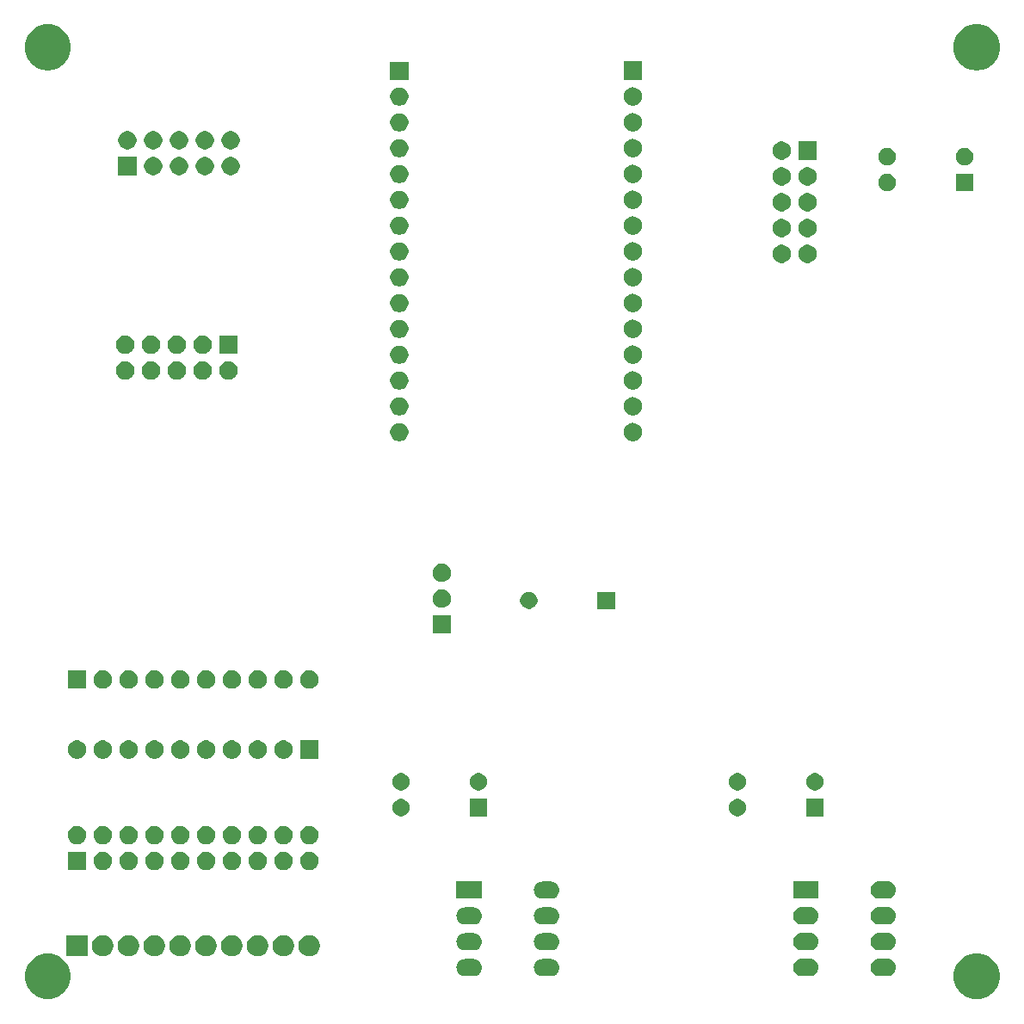
<source format=gbr>
G04 #@! TF.GenerationSoftware,KiCad,Pcbnew,(5.1.5)-3*
G04 #@! TF.CreationDate,2020-07-27T13:18:42+03:00*
G04 #@! TF.ProjectId,BurtleinaBoard,42757274-6c65-4696-9e61-426f6172642e,0.1*
G04 #@! TF.SameCoordinates,Original*
G04 #@! TF.FileFunction,Soldermask,Bot*
G04 #@! TF.FilePolarity,Negative*
%FSLAX46Y46*%
G04 Gerber Fmt 4.6, Leading zero omitted, Abs format (unit mm)*
G04 Created by KiCad (PCBNEW (5.1.5)-3) date 2020-07-27 13:18:42*
%MOMM*%
%LPD*%
G04 APERTURE LIST*
%ADD10C,0.100000*%
G04 APERTURE END LIST*
D10*
G36*
X188975880Y-122459776D02*
G01*
X189356593Y-122535504D01*
X189766249Y-122705189D01*
X190134929Y-122951534D01*
X190448466Y-123265071D01*
X190694811Y-123633751D01*
X190864496Y-124043407D01*
X190951000Y-124478296D01*
X190951000Y-124921704D01*
X190864496Y-125356593D01*
X190694811Y-125766249D01*
X190448466Y-126134929D01*
X190134929Y-126448466D01*
X189766249Y-126694811D01*
X189356593Y-126864496D01*
X188975880Y-126940224D01*
X188921705Y-126951000D01*
X188478295Y-126951000D01*
X188424120Y-126940224D01*
X188043407Y-126864496D01*
X187633751Y-126694811D01*
X187265071Y-126448466D01*
X186951534Y-126134929D01*
X186705189Y-125766249D01*
X186535504Y-125356593D01*
X186449000Y-124921704D01*
X186449000Y-124478296D01*
X186535504Y-124043407D01*
X186705189Y-123633751D01*
X186951534Y-123265071D01*
X187265071Y-122951534D01*
X187633751Y-122705189D01*
X188043407Y-122535504D01*
X188424120Y-122459776D01*
X188478295Y-122449000D01*
X188921705Y-122449000D01*
X188975880Y-122459776D01*
G37*
G36*
X97575880Y-122459776D02*
G01*
X97956593Y-122535504D01*
X98366249Y-122705189D01*
X98734929Y-122951534D01*
X99048466Y-123265071D01*
X99294811Y-123633751D01*
X99464496Y-124043407D01*
X99551000Y-124478296D01*
X99551000Y-124921704D01*
X99464496Y-125356593D01*
X99294811Y-125766249D01*
X99048466Y-126134929D01*
X98734929Y-126448466D01*
X98366249Y-126694811D01*
X97956593Y-126864496D01*
X97575880Y-126940224D01*
X97521705Y-126951000D01*
X97078295Y-126951000D01*
X97024120Y-126940224D01*
X96643407Y-126864496D01*
X96233751Y-126694811D01*
X95865071Y-126448466D01*
X95551534Y-126134929D01*
X95305189Y-125766249D01*
X95135504Y-125356593D01*
X95049000Y-124921704D01*
X95049000Y-124478296D01*
X95135504Y-124043407D01*
X95305189Y-123633751D01*
X95551534Y-123265071D01*
X95865071Y-122951534D01*
X96233751Y-122705189D01*
X96643407Y-122535504D01*
X97024120Y-122459776D01*
X97078295Y-122449000D01*
X97521705Y-122449000D01*
X97575880Y-122459776D01*
G37*
G36*
X139326823Y-123011313D02*
G01*
X139487242Y-123059976D01*
X139619906Y-123130886D01*
X139635078Y-123138996D01*
X139764659Y-123245341D01*
X139871004Y-123374922D01*
X139871005Y-123374924D01*
X139950024Y-123522758D01*
X139998687Y-123683177D01*
X140015117Y-123850000D01*
X139998687Y-124016823D01*
X139950024Y-124177242D01*
X139884943Y-124299000D01*
X139871004Y-124325078D01*
X139764659Y-124454659D01*
X139635078Y-124561004D01*
X139635076Y-124561005D01*
X139487242Y-124640024D01*
X139326823Y-124688687D01*
X139201804Y-124701000D01*
X138318196Y-124701000D01*
X138193177Y-124688687D01*
X138032758Y-124640024D01*
X137884924Y-124561005D01*
X137884922Y-124561004D01*
X137755341Y-124454659D01*
X137648996Y-124325078D01*
X137635057Y-124299000D01*
X137569976Y-124177242D01*
X137521313Y-124016823D01*
X137504883Y-123850000D01*
X137521313Y-123683177D01*
X137569976Y-123522758D01*
X137648995Y-123374924D01*
X137648996Y-123374922D01*
X137755341Y-123245341D01*
X137884922Y-123138996D01*
X137900094Y-123130886D01*
X138032758Y-123059976D01*
X138193177Y-123011313D01*
X138318196Y-122999000D01*
X139201804Y-122999000D01*
X139326823Y-123011313D01*
G37*
G36*
X146946823Y-123011313D02*
G01*
X147107242Y-123059976D01*
X147239906Y-123130886D01*
X147255078Y-123138996D01*
X147384659Y-123245341D01*
X147491004Y-123374922D01*
X147491005Y-123374924D01*
X147570024Y-123522758D01*
X147618687Y-123683177D01*
X147635117Y-123850000D01*
X147618687Y-124016823D01*
X147570024Y-124177242D01*
X147504943Y-124299000D01*
X147491004Y-124325078D01*
X147384659Y-124454659D01*
X147255078Y-124561004D01*
X147255076Y-124561005D01*
X147107242Y-124640024D01*
X146946823Y-124688687D01*
X146821804Y-124701000D01*
X145938196Y-124701000D01*
X145813177Y-124688687D01*
X145652758Y-124640024D01*
X145504924Y-124561005D01*
X145504922Y-124561004D01*
X145375341Y-124454659D01*
X145268996Y-124325078D01*
X145255057Y-124299000D01*
X145189976Y-124177242D01*
X145141313Y-124016823D01*
X145124883Y-123850000D01*
X145141313Y-123683177D01*
X145189976Y-123522758D01*
X145268995Y-123374924D01*
X145268996Y-123374922D01*
X145375341Y-123245341D01*
X145504922Y-123138996D01*
X145520094Y-123130886D01*
X145652758Y-123059976D01*
X145813177Y-123011313D01*
X145938196Y-122999000D01*
X146821804Y-122999000D01*
X146946823Y-123011313D01*
G37*
G36*
X172446823Y-122991313D02*
G01*
X172607242Y-123039976D01*
X172644657Y-123059975D01*
X172755078Y-123118996D01*
X172884659Y-123225341D01*
X172991004Y-123354922D01*
X172991005Y-123354924D01*
X173070024Y-123502758D01*
X173118687Y-123663177D01*
X173135117Y-123830000D01*
X173118687Y-123996823D01*
X173070024Y-124157242D01*
X172999114Y-124289906D01*
X172991004Y-124305078D01*
X172884659Y-124434659D01*
X172755078Y-124541004D01*
X172755076Y-124541005D01*
X172607242Y-124620024D01*
X172446823Y-124668687D01*
X172321804Y-124681000D01*
X171438196Y-124681000D01*
X171313177Y-124668687D01*
X171152758Y-124620024D01*
X171004924Y-124541005D01*
X171004922Y-124541004D01*
X170875341Y-124434659D01*
X170768996Y-124305078D01*
X170760886Y-124289906D01*
X170689976Y-124157242D01*
X170641313Y-123996823D01*
X170624883Y-123830000D01*
X170641313Y-123663177D01*
X170689976Y-123502758D01*
X170768995Y-123354924D01*
X170768996Y-123354922D01*
X170875341Y-123225341D01*
X171004922Y-123118996D01*
X171115343Y-123059975D01*
X171152758Y-123039976D01*
X171313177Y-122991313D01*
X171438196Y-122979000D01*
X172321804Y-122979000D01*
X172446823Y-122991313D01*
G37*
G36*
X180066823Y-122991313D02*
G01*
X180227242Y-123039976D01*
X180264657Y-123059975D01*
X180375078Y-123118996D01*
X180504659Y-123225341D01*
X180611004Y-123354922D01*
X180611005Y-123354924D01*
X180690024Y-123502758D01*
X180738687Y-123663177D01*
X180755117Y-123830000D01*
X180738687Y-123996823D01*
X180690024Y-124157242D01*
X180619114Y-124289906D01*
X180611004Y-124305078D01*
X180504659Y-124434659D01*
X180375078Y-124541004D01*
X180375076Y-124541005D01*
X180227242Y-124620024D01*
X180066823Y-124668687D01*
X179941804Y-124681000D01*
X179058196Y-124681000D01*
X178933177Y-124668687D01*
X178772758Y-124620024D01*
X178624924Y-124541005D01*
X178624922Y-124541004D01*
X178495341Y-124434659D01*
X178388996Y-124305078D01*
X178380886Y-124289906D01*
X178309976Y-124157242D01*
X178261313Y-123996823D01*
X178244883Y-123830000D01*
X178261313Y-123663177D01*
X178309976Y-123502758D01*
X178388995Y-123354924D01*
X178388996Y-123354922D01*
X178495341Y-123225341D01*
X178624922Y-123118996D01*
X178735343Y-123059975D01*
X178772758Y-123039976D01*
X178933177Y-122991313D01*
X179058196Y-122979000D01*
X179941804Y-122979000D01*
X180066823Y-122991313D01*
G37*
G36*
X123336564Y-120689389D02*
G01*
X123527833Y-120768615D01*
X123527835Y-120768616D01*
X123699973Y-120883635D01*
X123846365Y-121030027D01*
X123908605Y-121123175D01*
X123961385Y-121202167D01*
X124040611Y-121393436D01*
X124081000Y-121596484D01*
X124081000Y-121803516D01*
X124040611Y-122006564D01*
X123961385Y-122197833D01*
X123961384Y-122197835D01*
X123846365Y-122369973D01*
X123699973Y-122516365D01*
X123527835Y-122631384D01*
X123527834Y-122631385D01*
X123527833Y-122631385D01*
X123336564Y-122710611D01*
X123133516Y-122751000D01*
X122926484Y-122751000D01*
X122723436Y-122710611D01*
X122532167Y-122631385D01*
X122532166Y-122631385D01*
X122532165Y-122631384D01*
X122360027Y-122516365D01*
X122213635Y-122369973D01*
X122098616Y-122197835D01*
X122098615Y-122197833D01*
X122019389Y-122006564D01*
X121979000Y-121803516D01*
X121979000Y-121596484D01*
X122019389Y-121393436D01*
X122098615Y-121202167D01*
X122151396Y-121123175D01*
X122213635Y-121030027D01*
X122360027Y-120883635D01*
X122532165Y-120768616D01*
X122532167Y-120768615D01*
X122723436Y-120689389D01*
X122926484Y-120649000D01*
X123133516Y-120649000D01*
X123336564Y-120689389D01*
G37*
G36*
X120796564Y-120689389D02*
G01*
X120987833Y-120768615D01*
X120987835Y-120768616D01*
X121159973Y-120883635D01*
X121306365Y-121030027D01*
X121368605Y-121123175D01*
X121421385Y-121202167D01*
X121500611Y-121393436D01*
X121541000Y-121596484D01*
X121541000Y-121803516D01*
X121500611Y-122006564D01*
X121421385Y-122197833D01*
X121421384Y-122197835D01*
X121306365Y-122369973D01*
X121159973Y-122516365D01*
X120987835Y-122631384D01*
X120987834Y-122631385D01*
X120987833Y-122631385D01*
X120796564Y-122710611D01*
X120593516Y-122751000D01*
X120386484Y-122751000D01*
X120183436Y-122710611D01*
X119992167Y-122631385D01*
X119992166Y-122631385D01*
X119992165Y-122631384D01*
X119820027Y-122516365D01*
X119673635Y-122369973D01*
X119558616Y-122197835D01*
X119558615Y-122197833D01*
X119479389Y-122006564D01*
X119439000Y-121803516D01*
X119439000Y-121596484D01*
X119479389Y-121393436D01*
X119558615Y-121202167D01*
X119611396Y-121123175D01*
X119673635Y-121030027D01*
X119820027Y-120883635D01*
X119992165Y-120768616D01*
X119992167Y-120768615D01*
X120183436Y-120689389D01*
X120386484Y-120649000D01*
X120593516Y-120649000D01*
X120796564Y-120689389D01*
G37*
G36*
X118256564Y-120689389D02*
G01*
X118447833Y-120768615D01*
X118447835Y-120768616D01*
X118619973Y-120883635D01*
X118766365Y-121030027D01*
X118828605Y-121123175D01*
X118881385Y-121202167D01*
X118960611Y-121393436D01*
X119001000Y-121596484D01*
X119001000Y-121803516D01*
X118960611Y-122006564D01*
X118881385Y-122197833D01*
X118881384Y-122197835D01*
X118766365Y-122369973D01*
X118619973Y-122516365D01*
X118447835Y-122631384D01*
X118447834Y-122631385D01*
X118447833Y-122631385D01*
X118256564Y-122710611D01*
X118053516Y-122751000D01*
X117846484Y-122751000D01*
X117643436Y-122710611D01*
X117452167Y-122631385D01*
X117452166Y-122631385D01*
X117452165Y-122631384D01*
X117280027Y-122516365D01*
X117133635Y-122369973D01*
X117018616Y-122197835D01*
X117018615Y-122197833D01*
X116939389Y-122006564D01*
X116899000Y-121803516D01*
X116899000Y-121596484D01*
X116939389Y-121393436D01*
X117018615Y-121202167D01*
X117071396Y-121123175D01*
X117133635Y-121030027D01*
X117280027Y-120883635D01*
X117452165Y-120768616D01*
X117452167Y-120768615D01*
X117643436Y-120689389D01*
X117846484Y-120649000D01*
X118053516Y-120649000D01*
X118256564Y-120689389D01*
G37*
G36*
X115716564Y-120689389D02*
G01*
X115907833Y-120768615D01*
X115907835Y-120768616D01*
X116079973Y-120883635D01*
X116226365Y-121030027D01*
X116288605Y-121123175D01*
X116341385Y-121202167D01*
X116420611Y-121393436D01*
X116461000Y-121596484D01*
X116461000Y-121803516D01*
X116420611Y-122006564D01*
X116341385Y-122197833D01*
X116341384Y-122197835D01*
X116226365Y-122369973D01*
X116079973Y-122516365D01*
X115907835Y-122631384D01*
X115907834Y-122631385D01*
X115907833Y-122631385D01*
X115716564Y-122710611D01*
X115513516Y-122751000D01*
X115306484Y-122751000D01*
X115103436Y-122710611D01*
X114912167Y-122631385D01*
X114912166Y-122631385D01*
X114912165Y-122631384D01*
X114740027Y-122516365D01*
X114593635Y-122369973D01*
X114478616Y-122197835D01*
X114478615Y-122197833D01*
X114399389Y-122006564D01*
X114359000Y-121803516D01*
X114359000Y-121596484D01*
X114399389Y-121393436D01*
X114478615Y-121202167D01*
X114531396Y-121123175D01*
X114593635Y-121030027D01*
X114740027Y-120883635D01*
X114912165Y-120768616D01*
X114912167Y-120768615D01*
X115103436Y-120689389D01*
X115306484Y-120649000D01*
X115513516Y-120649000D01*
X115716564Y-120689389D01*
G37*
G36*
X113176564Y-120689389D02*
G01*
X113367833Y-120768615D01*
X113367835Y-120768616D01*
X113539973Y-120883635D01*
X113686365Y-121030027D01*
X113748605Y-121123175D01*
X113801385Y-121202167D01*
X113880611Y-121393436D01*
X113921000Y-121596484D01*
X113921000Y-121803516D01*
X113880611Y-122006564D01*
X113801385Y-122197833D01*
X113801384Y-122197835D01*
X113686365Y-122369973D01*
X113539973Y-122516365D01*
X113367835Y-122631384D01*
X113367834Y-122631385D01*
X113367833Y-122631385D01*
X113176564Y-122710611D01*
X112973516Y-122751000D01*
X112766484Y-122751000D01*
X112563436Y-122710611D01*
X112372167Y-122631385D01*
X112372166Y-122631385D01*
X112372165Y-122631384D01*
X112200027Y-122516365D01*
X112053635Y-122369973D01*
X111938616Y-122197835D01*
X111938615Y-122197833D01*
X111859389Y-122006564D01*
X111819000Y-121803516D01*
X111819000Y-121596484D01*
X111859389Y-121393436D01*
X111938615Y-121202167D01*
X111991396Y-121123175D01*
X112053635Y-121030027D01*
X112200027Y-120883635D01*
X112372165Y-120768616D01*
X112372167Y-120768615D01*
X112563436Y-120689389D01*
X112766484Y-120649000D01*
X112973516Y-120649000D01*
X113176564Y-120689389D01*
G37*
G36*
X110636564Y-120689389D02*
G01*
X110827833Y-120768615D01*
X110827835Y-120768616D01*
X110999973Y-120883635D01*
X111146365Y-121030027D01*
X111208605Y-121123175D01*
X111261385Y-121202167D01*
X111340611Y-121393436D01*
X111381000Y-121596484D01*
X111381000Y-121803516D01*
X111340611Y-122006564D01*
X111261385Y-122197833D01*
X111261384Y-122197835D01*
X111146365Y-122369973D01*
X110999973Y-122516365D01*
X110827835Y-122631384D01*
X110827834Y-122631385D01*
X110827833Y-122631385D01*
X110636564Y-122710611D01*
X110433516Y-122751000D01*
X110226484Y-122751000D01*
X110023436Y-122710611D01*
X109832167Y-122631385D01*
X109832166Y-122631385D01*
X109832165Y-122631384D01*
X109660027Y-122516365D01*
X109513635Y-122369973D01*
X109398616Y-122197835D01*
X109398615Y-122197833D01*
X109319389Y-122006564D01*
X109279000Y-121803516D01*
X109279000Y-121596484D01*
X109319389Y-121393436D01*
X109398615Y-121202167D01*
X109451396Y-121123175D01*
X109513635Y-121030027D01*
X109660027Y-120883635D01*
X109832165Y-120768616D01*
X109832167Y-120768615D01*
X110023436Y-120689389D01*
X110226484Y-120649000D01*
X110433516Y-120649000D01*
X110636564Y-120689389D01*
G37*
G36*
X108096564Y-120689389D02*
G01*
X108287833Y-120768615D01*
X108287835Y-120768616D01*
X108459973Y-120883635D01*
X108606365Y-121030027D01*
X108668605Y-121123175D01*
X108721385Y-121202167D01*
X108800611Y-121393436D01*
X108841000Y-121596484D01*
X108841000Y-121803516D01*
X108800611Y-122006564D01*
X108721385Y-122197833D01*
X108721384Y-122197835D01*
X108606365Y-122369973D01*
X108459973Y-122516365D01*
X108287835Y-122631384D01*
X108287834Y-122631385D01*
X108287833Y-122631385D01*
X108096564Y-122710611D01*
X107893516Y-122751000D01*
X107686484Y-122751000D01*
X107483436Y-122710611D01*
X107292167Y-122631385D01*
X107292166Y-122631385D01*
X107292165Y-122631384D01*
X107120027Y-122516365D01*
X106973635Y-122369973D01*
X106858616Y-122197835D01*
X106858615Y-122197833D01*
X106779389Y-122006564D01*
X106739000Y-121803516D01*
X106739000Y-121596484D01*
X106779389Y-121393436D01*
X106858615Y-121202167D01*
X106911396Y-121123175D01*
X106973635Y-121030027D01*
X107120027Y-120883635D01*
X107292165Y-120768616D01*
X107292167Y-120768615D01*
X107483436Y-120689389D01*
X107686484Y-120649000D01*
X107893516Y-120649000D01*
X108096564Y-120689389D01*
G37*
G36*
X105556564Y-120689389D02*
G01*
X105747833Y-120768615D01*
X105747835Y-120768616D01*
X105919973Y-120883635D01*
X106066365Y-121030027D01*
X106128605Y-121123175D01*
X106181385Y-121202167D01*
X106260611Y-121393436D01*
X106301000Y-121596484D01*
X106301000Y-121803516D01*
X106260611Y-122006564D01*
X106181385Y-122197833D01*
X106181384Y-122197835D01*
X106066365Y-122369973D01*
X105919973Y-122516365D01*
X105747835Y-122631384D01*
X105747834Y-122631385D01*
X105747833Y-122631385D01*
X105556564Y-122710611D01*
X105353516Y-122751000D01*
X105146484Y-122751000D01*
X104943436Y-122710611D01*
X104752167Y-122631385D01*
X104752166Y-122631385D01*
X104752165Y-122631384D01*
X104580027Y-122516365D01*
X104433635Y-122369973D01*
X104318616Y-122197835D01*
X104318615Y-122197833D01*
X104239389Y-122006564D01*
X104199000Y-121803516D01*
X104199000Y-121596484D01*
X104239389Y-121393436D01*
X104318615Y-121202167D01*
X104371396Y-121123175D01*
X104433635Y-121030027D01*
X104580027Y-120883635D01*
X104752165Y-120768616D01*
X104752167Y-120768615D01*
X104943436Y-120689389D01*
X105146484Y-120649000D01*
X105353516Y-120649000D01*
X105556564Y-120689389D01*
G37*
G36*
X103016564Y-120689389D02*
G01*
X103207833Y-120768615D01*
X103207835Y-120768616D01*
X103379973Y-120883635D01*
X103526365Y-121030027D01*
X103588605Y-121123175D01*
X103641385Y-121202167D01*
X103720611Y-121393436D01*
X103761000Y-121596484D01*
X103761000Y-121803516D01*
X103720611Y-122006564D01*
X103641385Y-122197833D01*
X103641384Y-122197835D01*
X103526365Y-122369973D01*
X103379973Y-122516365D01*
X103207835Y-122631384D01*
X103207834Y-122631385D01*
X103207833Y-122631385D01*
X103016564Y-122710611D01*
X102813516Y-122751000D01*
X102606484Y-122751000D01*
X102403436Y-122710611D01*
X102212167Y-122631385D01*
X102212166Y-122631385D01*
X102212165Y-122631384D01*
X102040027Y-122516365D01*
X101893635Y-122369973D01*
X101778616Y-122197835D01*
X101778615Y-122197833D01*
X101699389Y-122006564D01*
X101659000Y-121803516D01*
X101659000Y-121596484D01*
X101699389Y-121393436D01*
X101778615Y-121202167D01*
X101831396Y-121123175D01*
X101893635Y-121030027D01*
X102040027Y-120883635D01*
X102212165Y-120768616D01*
X102212167Y-120768615D01*
X102403436Y-120689389D01*
X102606484Y-120649000D01*
X102813516Y-120649000D01*
X103016564Y-120689389D01*
G37*
G36*
X101221000Y-122751000D02*
G01*
X99119000Y-122751000D01*
X99119000Y-120649000D01*
X101221000Y-120649000D01*
X101221000Y-122751000D01*
G37*
G36*
X146946823Y-120471313D02*
G01*
X147107242Y-120519976D01*
X147239906Y-120590886D01*
X147255078Y-120598996D01*
X147384659Y-120705341D01*
X147491004Y-120834922D01*
X147491005Y-120834924D01*
X147570024Y-120982758D01*
X147618687Y-121143177D01*
X147635117Y-121310000D01*
X147618687Y-121476823D01*
X147570024Y-121637242D01*
X147501695Y-121765076D01*
X147491004Y-121785078D01*
X147384659Y-121914659D01*
X147255078Y-122021004D01*
X147255076Y-122021005D01*
X147107242Y-122100024D01*
X146946823Y-122148687D01*
X146821804Y-122161000D01*
X145938196Y-122161000D01*
X145813177Y-122148687D01*
X145652758Y-122100024D01*
X145504924Y-122021005D01*
X145504922Y-122021004D01*
X145375341Y-121914659D01*
X145268996Y-121785078D01*
X145258305Y-121765076D01*
X145189976Y-121637242D01*
X145141313Y-121476823D01*
X145124883Y-121310000D01*
X145141313Y-121143177D01*
X145189976Y-120982758D01*
X145268995Y-120834924D01*
X145268996Y-120834922D01*
X145375341Y-120705341D01*
X145504922Y-120598996D01*
X145520094Y-120590886D01*
X145652758Y-120519976D01*
X145813177Y-120471313D01*
X145938196Y-120459000D01*
X146821804Y-120459000D01*
X146946823Y-120471313D01*
G37*
G36*
X139326823Y-120471313D02*
G01*
X139487242Y-120519976D01*
X139619906Y-120590886D01*
X139635078Y-120598996D01*
X139764659Y-120705341D01*
X139871004Y-120834922D01*
X139871005Y-120834924D01*
X139950024Y-120982758D01*
X139998687Y-121143177D01*
X140015117Y-121310000D01*
X139998687Y-121476823D01*
X139950024Y-121637242D01*
X139881695Y-121765076D01*
X139871004Y-121785078D01*
X139764659Y-121914659D01*
X139635078Y-122021004D01*
X139635076Y-122021005D01*
X139487242Y-122100024D01*
X139326823Y-122148687D01*
X139201804Y-122161000D01*
X138318196Y-122161000D01*
X138193177Y-122148687D01*
X138032758Y-122100024D01*
X137884924Y-122021005D01*
X137884922Y-122021004D01*
X137755341Y-121914659D01*
X137648996Y-121785078D01*
X137638305Y-121765076D01*
X137569976Y-121637242D01*
X137521313Y-121476823D01*
X137504883Y-121310000D01*
X137521313Y-121143177D01*
X137569976Y-120982758D01*
X137648995Y-120834924D01*
X137648996Y-120834922D01*
X137755341Y-120705341D01*
X137884922Y-120598996D01*
X137900094Y-120590886D01*
X138032758Y-120519976D01*
X138193177Y-120471313D01*
X138318196Y-120459000D01*
X139201804Y-120459000D01*
X139326823Y-120471313D01*
G37*
G36*
X180066823Y-120451313D02*
G01*
X180227242Y-120499976D01*
X180264657Y-120519975D01*
X180375078Y-120578996D01*
X180504659Y-120685341D01*
X180611004Y-120814922D01*
X180611005Y-120814924D01*
X180690024Y-120962758D01*
X180738687Y-121123177D01*
X180755117Y-121290000D01*
X180738687Y-121456823D01*
X180690024Y-121617242D01*
X180619114Y-121749906D01*
X180611004Y-121765078D01*
X180504659Y-121894659D01*
X180375078Y-122001004D01*
X180375076Y-122001005D01*
X180227242Y-122080024D01*
X180066823Y-122128687D01*
X179941804Y-122141000D01*
X179058196Y-122141000D01*
X178933177Y-122128687D01*
X178772758Y-122080024D01*
X178624924Y-122001005D01*
X178624922Y-122001004D01*
X178495341Y-121894659D01*
X178388996Y-121765078D01*
X178380886Y-121749906D01*
X178309976Y-121617242D01*
X178261313Y-121456823D01*
X178244883Y-121290000D01*
X178261313Y-121123177D01*
X178309976Y-120962758D01*
X178388995Y-120814924D01*
X178388996Y-120814922D01*
X178495341Y-120685341D01*
X178624922Y-120578996D01*
X178735343Y-120519975D01*
X178772758Y-120499976D01*
X178933177Y-120451313D01*
X179058196Y-120439000D01*
X179941804Y-120439000D01*
X180066823Y-120451313D01*
G37*
G36*
X172446823Y-120451313D02*
G01*
X172607242Y-120499976D01*
X172644657Y-120519975D01*
X172755078Y-120578996D01*
X172884659Y-120685341D01*
X172991004Y-120814922D01*
X172991005Y-120814924D01*
X173070024Y-120962758D01*
X173118687Y-121123177D01*
X173135117Y-121290000D01*
X173118687Y-121456823D01*
X173070024Y-121617242D01*
X172999114Y-121749906D01*
X172991004Y-121765078D01*
X172884659Y-121894659D01*
X172755078Y-122001004D01*
X172755076Y-122001005D01*
X172607242Y-122080024D01*
X172446823Y-122128687D01*
X172321804Y-122141000D01*
X171438196Y-122141000D01*
X171313177Y-122128687D01*
X171152758Y-122080024D01*
X171004924Y-122001005D01*
X171004922Y-122001004D01*
X170875341Y-121894659D01*
X170768996Y-121765078D01*
X170760886Y-121749906D01*
X170689976Y-121617242D01*
X170641313Y-121456823D01*
X170624883Y-121290000D01*
X170641313Y-121123177D01*
X170689976Y-120962758D01*
X170768995Y-120814924D01*
X170768996Y-120814922D01*
X170875341Y-120685341D01*
X171004922Y-120578996D01*
X171115343Y-120519975D01*
X171152758Y-120499976D01*
X171313177Y-120451313D01*
X171438196Y-120439000D01*
X172321804Y-120439000D01*
X172446823Y-120451313D01*
G37*
G36*
X139326823Y-117931313D02*
G01*
X139487242Y-117979976D01*
X139619906Y-118050886D01*
X139635078Y-118058996D01*
X139764659Y-118165341D01*
X139871004Y-118294922D01*
X139871005Y-118294924D01*
X139950024Y-118442758D01*
X139998687Y-118603177D01*
X140015117Y-118770000D01*
X139998687Y-118936823D01*
X139950024Y-119097242D01*
X139881695Y-119225076D01*
X139871004Y-119245078D01*
X139764659Y-119374659D01*
X139635078Y-119481004D01*
X139635076Y-119481005D01*
X139487242Y-119560024D01*
X139326823Y-119608687D01*
X139201804Y-119621000D01*
X138318196Y-119621000D01*
X138193177Y-119608687D01*
X138032758Y-119560024D01*
X137884924Y-119481005D01*
X137884922Y-119481004D01*
X137755341Y-119374659D01*
X137648996Y-119245078D01*
X137638305Y-119225076D01*
X137569976Y-119097242D01*
X137521313Y-118936823D01*
X137504883Y-118770000D01*
X137521313Y-118603177D01*
X137569976Y-118442758D01*
X137648995Y-118294924D01*
X137648996Y-118294922D01*
X137755341Y-118165341D01*
X137884922Y-118058996D01*
X137900094Y-118050886D01*
X138032758Y-117979976D01*
X138193177Y-117931313D01*
X138318196Y-117919000D01*
X139201804Y-117919000D01*
X139326823Y-117931313D01*
G37*
G36*
X146946823Y-117931313D02*
G01*
X147107242Y-117979976D01*
X147239906Y-118050886D01*
X147255078Y-118058996D01*
X147384659Y-118165341D01*
X147491004Y-118294922D01*
X147491005Y-118294924D01*
X147570024Y-118442758D01*
X147618687Y-118603177D01*
X147635117Y-118770000D01*
X147618687Y-118936823D01*
X147570024Y-119097242D01*
X147501695Y-119225076D01*
X147491004Y-119245078D01*
X147384659Y-119374659D01*
X147255078Y-119481004D01*
X147255076Y-119481005D01*
X147107242Y-119560024D01*
X146946823Y-119608687D01*
X146821804Y-119621000D01*
X145938196Y-119621000D01*
X145813177Y-119608687D01*
X145652758Y-119560024D01*
X145504924Y-119481005D01*
X145504922Y-119481004D01*
X145375341Y-119374659D01*
X145268996Y-119245078D01*
X145258305Y-119225076D01*
X145189976Y-119097242D01*
X145141313Y-118936823D01*
X145124883Y-118770000D01*
X145141313Y-118603177D01*
X145189976Y-118442758D01*
X145268995Y-118294924D01*
X145268996Y-118294922D01*
X145375341Y-118165341D01*
X145504922Y-118058996D01*
X145520094Y-118050886D01*
X145652758Y-117979976D01*
X145813177Y-117931313D01*
X145938196Y-117919000D01*
X146821804Y-117919000D01*
X146946823Y-117931313D01*
G37*
G36*
X180066823Y-117911313D02*
G01*
X180227242Y-117959976D01*
X180264657Y-117979975D01*
X180375078Y-118038996D01*
X180504659Y-118145341D01*
X180611004Y-118274922D01*
X180611005Y-118274924D01*
X180690024Y-118422758D01*
X180738687Y-118583177D01*
X180755117Y-118750000D01*
X180738687Y-118916823D01*
X180690024Y-119077242D01*
X180619114Y-119209906D01*
X180611004Y-119225078D01*
X180504659Y-119354659D01*
X180375078Y-119461004D01*
X180375076Y-119461005D01*
X180227242Y-119540024D01*
X180066823Y-119588687D01*
X179941804Y-119601000D01*
X179058196Y-119601000D01*
X178933177Y-119588687D01*
X178772758Y-119540024D01*
X178624924Y-119461005D01*
X178624922Y-119461004D01*
X178495341Y-119354659D01*
X178388996Y-119225078D01*
X178380886Y-119209906D01*
X178309976Y-119077242D01*
X178261313Y-118916823D01*
X178244883Y-118750000D01*
X178261313Y-118583177D01*
X178309976Y-118422758D01*
X178388995Y-118274924D01*
X178388996Y-118274922D01*
X178495341Y-118145341D01*
X178624922Y-118038996D01*
X178735343Y-117979975D01*
X178772758Y-117959976D01*
X178933177Y-117911313D01*
X179058196Y-117899000D01*
X179941804Y-117899000D01*
X180066823Y-117911313D01*
G37*
G36*
X172446823Y-117911313D02*
G01*
X172607242Y-117959976D01*
X172644657Y-117979975D01*
X172755078Y-118038996D01*
X172884659Y-118145341D01*
X172991004Y-118274922D01*
X172991005Y-118274924D01*
X173070024Y-118422758D01*
X173118687Y-118583177D01*
X173135117Y-118750000D01*
X173118687Y-118916823D01*
X173070024Y-119077242D01*
X172999114Y-119209906D01*
X172991004Y-119225078D01*
X172884659Y-119354659D01*
X172755078Y-119461004D01*
X172755076Y-119461005D01*
X172607242Y-119540024D01*
X172446823Y-119588687D01*
X172321804Y-119601000D01*
X171438196Y-119601000D01*
X171313177Y-119588687D01*
X171152758Y-119540024D01*
X171004924Y-119461005D01*
X171004922Y-119461004D01*
X170875341Y-119354659D01*
X170768996Y-119225078D01*
X170760886Y-119209906D01*
X170689976Y-119077242D01*
X170641313Y-118916823D01*
X170624883Y-118750000D01*
X170641313Y-118583177D01*
X170689976Y-118422758D01*
X170768995Y-118274924D01*
X170768996Y-118274922D01*
X170875341Y-118145341D01*
X171004922Y-118038996D01*
X171115343Y-117979975D01*
X171152758Y-117959976D01*
X171313177Y-117911313D01*
X171438196Y-117899000D01*
X172321804Y-117899000D01*
X172446823Y-117911313D01*
G37*
G36*
X146946823Y-115391313D02*
G01*
X147107242Y-115439976D01*
X147239906Y-115510886D01*
X147255078Y-115518996D01*
X147384659Y-115625341D01*
X147491004Y-115754922D01*
X147491005Y-115754924D01*
X147570024Y-115902758D01*
X147618687Y-116063177D01*
X147635117Y-116230000D01*
X147618687Y-116396823D01*
X147570024Y-116557242D01*
X147501695Y-116685076D01*
X147491004Y-116705078D01*
X147384659Y-116834659D01*
X147255078Y-116941004D01*
X147255076Y-116941005D01*
X147107242Y-117020024D01*
X146946823Y-117068687D01*
X146821804Y-117081000D01*
X145938196Y-117081000D01*
X145813177Y-117068687D01*
X145652758Y-117020024D01*
X145504924Y-116941005D01*
X145504922Y-116941004D01*
X145375341Y-116834659D01*
X145268996Y-116705078D01*
X145258305Y-116685076D01*
X145189976Y-116557242D01*
X145141313Y-116396823D01*
X145124883Y-116230000D01*
X145141313Y-116063177D01*
X145189976Y-115902758D01*
X145268995Y-115754924D01*
X145268996Y-115754922D01*
X145375341Y-115625341D01*
X145504922Y-115518996D01*
X145520094Y-115510886D01*
X145652758Y-115439976D01*
X145813177Y-115391313D01*
X145938196Y-115379000D01*
X146821804Y-115379000D01*
X146946823Y-115391313D01*
G37*
G36*
X140011000Y-117081000D02*
G01*
X137509000Y-117081000D01*
X137509000Y-115379000D01*
X140011000Y-115379000D01*
X140011000Y-117081000D01*
G37*
G36*
X180066823Y-115371313D02*
G01*
X180227242Y-115419976D01*
X180264657Y-115439975D01*
X180375078Y-115498996D01*
X180504659Y-115605341D01*
X180611004Y-115734922D01*
X180611005Y-115734924D01*
X180690024Y-115882758D01*
X180738687Y-116043177D01*
X180755117Y-116210000D01*
X180738687Y-116376823D01*
X180690024Y-116537242D01*
X180619114Y-116669906D01*
X180611004Y-116685078D01*
X180504659Y-116814659D01*
X180375078Y-116921004D01*
X180375076Y-116921005D01*
X180227242Y-117000024D01*
X180066823Y-117048687D01*
X179941804Y-117061000D01*
X179058196Y-117061000D01*
X178933177Y-117048687D01*
X178772758Y-117000024D01*
X178624924Y-116921005D01*
X178624922Y-116921004D01*
X178495341Y-116814659D01*
X178388996Y-116685078D01*
X178380886Y-116669906D01*
X178309976Y-116537242D01*
X178261313Y-116376823D01*
X178244883Y-116210000D01*
X178261313Y-116043177D01*
X178309976Y-115882758D01*
X178388995Y-115734924D01*
X178388996Y-115734922D01*
X178495341Y-115605341D01*
X178624922Y-115498996D01*
X178735343Y-115439975D01*
X178772758Y-115419976D01*
X178933177Y-115371313D01*
X179058196Y-115359000D01*
X179941804Y-115359000D01*
X180066823Y-115371313D01*
G37*
G36*
X173131000Y-117061000D02*
G01*
X170629000Y-117061000D01*
X170629000Y-115359000D01*
X173131000Y-115359000D01*
X173131000Y-117061000D01*
G37*
G36*
X112983512Y-112443927D02*
G01*
X113132812Y-112473624D01*
X113296784Y-112541544D01*
X113444354Y-112640147D01*
X113569853Y-112765646D01*
X113668456Y-112913216D01*
X113736376Y-113077188D01*
X113771000Y-113251259D01*
X113771000Y-113428741D01*
X113736376Y-113602812D01*
X113668456Y-113766784D01*
X113569853Y-113914354D01*
X113444354Y-114039853D01*
X113296784Y-114138456D01*
X113132812Y-114206376D01*
X112983512Y-114236073D01*
X112958742Y-114241000D01*
X112781258Y-114241000D01*
X112756488Y-114236073D01*
X112607188Y-114206376D01*
X112443216Y-114138456D01*
X112295646Y-114039853D01*
X112170147Y-113914354D01*
X112071544Y-113766784D01*
X112003624Y-113602812D01*
X111969000Y-113428741D01*
X111969000Y-113251259D01*
X112003624Y-113077188D01*
X112071544Y-112913216D01*
X112170147Y-112765646D01*
X112295646Y-112640147D01*
X112443216Y-112541544D01*
X112607188Y-112473624D01*
X112756488Y-112443927D01*
X112781258Y-112439000D01*
X112958742Y-112439000D01*
X112983512Y-112443927D01*
G37*
G36*
X118063512Y-112443927D02*
G01*
X118212812Y-112473624D01*
X118376784Y-112541544D01*
X118524354Y-112640147D01*
X118649853Y-112765646D01*
X118748456Y-112913216D01*
X118816376Y-113077188D01*
X118851000Y-113251259D01*
X118851000Y-113428741D01*
X118816376Y-113602812D01*
X118748456Y-113766784D01*
X118649853Y-113914354D01*
X118524354Y-114039853D01*
X118376784Y-114138456D01*
X118212812Y-114206376D01*
X118063512Y-114236073D01*
X118038742Y-114241000D01*
X117861258Y-114241000D01*
X117836488Y-114236073D01*
X117687188Y-114206376D01*
X117523216Y-114138456D01*
X117375646Y-114039853D01*
X117250147Y-113914354D01*
X117151544Y-113766784D01*
X117083624Y-113602812D01*
X117049000Y-113428741D01*
X117049000Y-113251259D01*
X117083624Y-113077188D01*
X117151544Y-112913216D01*
X117250147Y-112765646D01*
X117375646Y-112640147D01*
X117523216Y-112541544D01*
X117687188Y-112473624D01*
X117836488Y-112443927D01*
X117861258Y-112439000D01*
X118038742Y-112439000D01*
X118063512Y-112443927D01*
G37*
G36*
X115523512Y-112443927D02*
G01*
X115672812Y-112473624D01*
X115836784Y-112541544D01*
X115984354Y-112640147D01*
X116109853Y-112765646D01*
X116208456Y-112913216D01*
X116276376Y-113077188D01*
X116311000Y-113251259D01*
X116311000Y-113428741D01*
X116276376Y-113602812D01*
X116208456Y-113766784D01*
X116109853Y-113914354D01*
X115984354Y-114039853D01*
X115836784Y-114138456D01*
X115672812Y-114206376D01*
X115523512Y-114236073D01*
X115498742Y-114241000D01*
X115321258Y-114241000D01*
X115296488Y-114236073D01*
X115147188Y-114206376D01*
X114983216Y-114138456D01*
X114835646Y-114039853D01*
X114710147Y-113914354D01*
X114611544Y-113766784D01*
X114543624Y-113602812D01*
X114509000Y-113428741D01*
X114509000Y-113251259D01*
X114543624Y-113077188D01*
X114611544Y-112913216D01*
X114710147Y-112765646D01*
X114835646Y-112640147D01*
X114983216Y-112541544D01*
X115147188Y-112473624D01*
X115296488Y-112443927D01*
X115321258Y-112439000D01*
X115498742Y-112439000D01*
X115523512Y-112443927D01*
G37*
G36*
X120603512Y-112443927D02*
G01*
X120752812Y-112473624D01*
X120916784Y-112541544D01*
X121064354Y-112640147D01*
X121189853Y-112765646D01*
X121288456Y-112913216D01*
X121356376Y-113077188D01*
X121391000Y-113251259D01*
X121391000Y-113428741D01*
X121356376Y-113602812D01*
X121288456Y-113766784D01*
X121189853Y-113914354D01*
X121064354Y-114039853D01*
X120916784Y-114138456D01*
X120752812Y-114206376D01*
X120603512Y-114236073D01*
X120578742Y-114241000D01*
X120401258Y-114241000D01*
X120376488Y-114236073D01*
X120227188Y-114206376D01*
X120063216Y-114138456D01*
X119915646Y-114039853D01*
X119790147Y-113914354D01*
X119691544Y-113766784D01*
X119623624Y-113602812D01*
X119589000Y-113428741D01*
X119589000Y-113251259D01*
X119623624Y-113077188D01*
X119691544Y-112913216D01*
X119790147Y-112765646D01*
X119915646Y-112640147D01*
X120063216Y-112541544D01*
X120227188Y-112473624D01*
X120376488Y-112443927D01*
X120401258Y-112439000D01*
X120578742Y-112439000D01*
X120603512Y-112443927D01*
G37*
G36*
X110443512Y-112443927D02*
G01*
X110592812Y-112473624D01*
X110756784Y-112541544D01*
X110904354Y-112640147D01*
X111029853Y-112765646D01*
X111128456Y-112913216D01*
X111196376Y-113077188D01*
X111231000Y-113251259D01*
X111231000Y-113428741D01*
X111196376Y-113602812D01*
X111128456Y-113766784D01*
X111029853Y-113914354D01*
X110904354Y-114039853D01*
X110756784Y-114138456D01*
X110592812Y-114206376D01*
X110443512Y-114236073D01*
X110418742Y-114241000D01*
X110241258Y-114241000D01*
X110216488Y-114236073D01*
X110067188Y-114206376D01*
X109903216Y-114138456D01*
X109755646Y-114039853D01*
X109630147Y-113914354D01*
X109531544Y-113766784D01*
X109463624Y-113602812D01*
X109429000Y-113428741D01*
X109429000Y-113251259D01*
X109463624Y-113077188D01*
X109531544Y-112913216D01*
X109630147Y-112765646D01*
X109755646Y-112640147D01*
X109903216Y-112541544D01*
X110067188Y-112473624D01*
X110216488Y-112443927D01*
X110241258Y-112439000D01*
X110418742Y-112439000D01*
X110443512Y-112443927D01*
G37*
G36*
X123143512Y-112443927D02*
G01*
X123292812Y-112473624D01*
X123456784Y-112541544D01*
X123604354Y-112640147D01*
X123729853Y-112765646D01*
X123828456Y-112913216D01*
X123896376Y-113077188D01*
X123931000Y-113251259D01*
X123931000Y-113428741D01*
X123896376Y-113602812D01*
X123828456Y-113766784D01*
X123729853Y-113914354D01*
X123604354Y-114039853D01*
X123456784Y-114138456D01*
X123292812Y-114206376D01*
X123143512Y-114236073D01*
X123118742Y-114241000D01*
X122941258Y-114241000D01*
X122916488Y-114236073D01*
X122767188Y-114206376D01*
X122603216Y-114138456D01*
X122455646Y-114039853D01*
X122330147Y-113914354D01*
X122231544Y-113766784D01*
X122163624Y-113602812D01*
X122129000Y-113428741D01*
X122129000Y-113251259D01*
X122163624Y-113077188D01*
X122231544Y-112913216D01*
X122330147Y-112765646D01*
X122455646Y-112640147D01*
X122603216Y-112541544D01*
X122767188Y-112473624D01*
X122916488Y-112443927D01*
X122941258Y-112439000D01*
X123118742Y-112439000D01*
X123143512Y-112443927D01*
G37*
G36*
X102823512Y-112443927D02*
G01*
X102972812Y-112473624D01*
X103136784Y-112541544D01*
X103284354Y-112640147D01*
X103409853Y-112765646D01*
X103508456Y-112913216D01*
X103576376Y-113077188D01*
X103611000Y-113251259D01*
X103611000Y-113428741D01*
X103576376Y-113602812D01*
X103508456Y-113766784D01*
X103409853Y-113914354D01*
X103284354Y-114039853D01*
X103136784Y-114138456D01*
X102972812Y-114206376D01*
X102823512Y-114236073D01*
X102798742Y-114241000D01*
X102621258Y-114241000D01*
X102596488Y-114236073D01*
X102447188Y-114206376D01*
X102283216Y-114138456D01*
X102135646Y-114039853D01*
X102010147Y-113914354D01*
X101911544Y-113766784D01*
X101843624Y-113602812D01*
X101809000Y-113428741D01*
X101809000Y-113251259D01*
X101843624Y-113077188D01*
X101911544Y-112913216D01*
X102010147Y-112765646D01*
X102135646Y-112640147D01*
X102283216Y-112541544D01*
X102447188Y-112473624D01*
X102596488Y-112443927D01*
X102621258Y-112439000D01*
X102798742Y-112439000D01*
X102823512Y-112443927D01*
G37*
G36*
X105363512Y-112443927D02*
G01*
X105512812Y-112473624D01*
X105676784Y-112541544D01*
X105824354Y-112640147D01*
X105949853Y-112765646D01*
X106048456Y-112913216D01*
X106116376Y-113077188D01*
X106151000Y-113251259D01*
X106151000Y-113428741D01*
X106116376Y-113602812D01*
X106048456Y-113766784D01*
X105949853Y-113914354D01*
X105824354Y-114039853D01*
X105676784Y-114138456D01*
X105512812Y-114206376D01*
X105363512Y-114236073D01*
X105338742Y-114241000D01*
X105161258Y-114241000D01*
X105136488Y-114236073D01*
X104987188Y-114206376D01*
X104823216Y-114138456D01*
X104675646Y-114039853D01*
X104550147Y-113914354D01*
X104451544Y-113766784D01*
X104383624Y-113602812D01*
X104349000Y-113428741D01*
X104349000Y-113251259D01*
X104383624Y-113077188D01*
X104451544Y-112913216D01*
X104550147Y-112765646D01*
X104675646Y-112640147D01*
X104823216Y-112541544D01*
X104987188Y-112473624D01*
X105136488Y-112443927D01*
X105161258Y-112439000D01*
X105338742Y-112439000D01*
X105363512Y-112443927D01*
G37*
G36*
X101071000Y-114241000D02*
G01*
X99269000Y-114241000D01*
X99269000Y-112439000D01*
X101071000Y-112439000D01*
X101071000Y-114241000D01*
G37*
G36*
X107903512Y-112443927D02*
G01*
X108052812Y-112473624D01*
X108216784Y-112541544D01*
X108364354Y-112640147D01*
X108489853Y-112765646D01*
X108588456Y-112913216D01*
X108656376Y-113077188D01*
X108691000Y-113251259D01*
X108691000Y-113428741D01*
X108656376Y-113602812D01*
X108588456Y-113766784D01*
X108489853Y-113914354D01*
X108364354Y-114039853D01*
X108216784Y-114138456D01*
X108052812Y-114206376D01*
X107903512Y-114236073D01*
X107878742Y-114241000D01*
X107701258Y-114241000D01*
X107676488Y-114236073D01*
X107527188Y-114206376D01*
X107363216Y-114138456D01*
X107215646Y-114039853D01*
X107090147Y-113914354D01*
X106991544Y-113766784D01*
X106923624Y-113602812D01*
X106889000Y-113428741D01*
X106889000Y-113251259D01*
X106923624Y-113077188D01*
X106991544Y-112913216D01*
X107090147Y-112765646D01*
X107215646Y-112640147D01*
X107363216Y-112541544D01*
X107527188Y-112473624D01*
X107676488Y-112443927D01*
X107701258Y-112439000D01*
X107878742Y-112439000D01*
X107903512Y-112443927D01*
G37*
G36*
X115523512Y-109903927D02*
G01*
X115672812Y-109933624D01*
X115836784Y-110001544D01*
X115984354Y-110100147D01*
X116109853Y-110225646D01*
X116208456Y-110373216D01*
X116276376Y-110537188D01*
X116311000Y-110711259D01*
X116311000Y-110888741D01*
X116276376Y-111062812D01*
X116208456Y-111226784D01*
X116109853Y-111374354D01*
X115984354Y-111499853D01*
X115836784Y-111598456D01*
X115672812Y-111666376D01*
X115523512Y-111696073D01*
X115498742Y-111701000D01*
X115321258Y-111701000D01*
X115296488Y-111696073D01*
X115147188Y-111666376D01*
X114983216Y-111598456D01*
X114835646Y-111499853D01*
X114710147Y-111374354D01*
X114611544Y-111226784D01*
X114543624Y-111062812D01*
X114509000Y-110888741D01*
X114509000Y-110711259D01*
X114543624Y-110537188D01*
X114611544Y-110373216D01*
X114710147Y-110225646D01*
X114835646Y-110100147D01*
X114983216Y-110001544D01*
X115147188Y-109933624D01*
X115296488Y-109903927D01*
X115321258Y-109899000D01*
X115498742Y-109899000D01*
X115523512Y-109903927D01*
G37*
G36*
X110443512Y-109903927D02*
G01*
X110592812Y-109933624D01*
X110756784Y-110001544D01*
X110904354Y-110100147D01*
X111029853Y-110225646D01*
X111128456Y-110373216D01*
X111196376Y-110537188D01*
X111231000Y-110711259D01*
X111231000Y-110888741D01*
X111196376Y-111062812D01*
X111128456Y-111226784D01*
X111029853Y-111374354D01*
X110904354Y-111499853D01*
X110756784Y-111598456D01*
X110592812Y-111666376D01*
X110443512Y-111696073D01*
X110418742Y-111701000D01*
X110241258Y-111701000D01*
X110216488Y-111696073D01*
X110067188Y-111666376D01*
X109903216Y-111598456D01*
X109755646Y-111499853D01*
X109630147Y-111374354D01*
X109531544Y-111226784D01*
X109463624Y-111062812D01*
X109429000Y-110888741D01*
X109429000Y-110711259D01*
X109463624Y-110537188D01*
X109531544Y-110373216D01*
X109630147Y-110225646D01*
X109755646Y-110100147D01*
X109903216Y-110001544D01*
X110067188Y-109933624D01*
X110216488Y-109903927D01*
X110241258Y-109899000D01*
X110418742Y-109899000D01*
X110443512Y-109903927D01*
G37*
G36*
X107903512Y-109903927D02*
G01*
X108052812Y-109933624D01*
X108216784Y-110001544D01*
X108364354Y-110100147D01*
X108489853Y-110225646D01*
X108588456Y-110373216D01*
X108656376Y-110537188D01*
X108691000Y-110711259D01*
X108691000Y-110888741D01*
X108656376Y-111062812D01*
X108588456Y-111226784D01*
X108489853Y-111374354D01*
X108364354Y-111499853D01*
X108216784Y-111598456D01*
X108052812Y-111666376D01*
X107903512Y-111696073D01*
X107878742Y-111701000D01*
X107701258Y-111701000D01*
X107676488Y-111696073D01*
X107527188Y-111666376D01*
X107363216Y-111598456D01*
X107215646Y-111499853D01*
X107090147Y-111374354D01*
X106991544Y-111226784D01*
X106923624Y-111062812D01*
X106889000Y-110888741D01*
X106889000Y-110711259D01*
X106923624Y-110537188D01*
X106991544Y-110373216D01*
X107090147Y-110225646D01*
X107215646Y-110100147D01*
X107363216Y-110001544D01*
X107527188Y-109933624D01*
X107676488Y-109903927D01*
X107701258Y-109899000D01*
X107878742Y-109899000D01*
X107903512Y-109903927D01*
G37*
G36*
X105363512Y-109903927D02*
G01*
X105512812Y-109933624D01*
X105676784Y-110001544D01*
X105824354Y-110100147D01*
X105949853Y-110225646D01*
X106048456Y-110373216D01*
X106116376Y-110537188D01*
X106151000Y-110711259D01*
X106151000Y-110888741D01*
X106116376Y-111062812D01*
X106048456Y-111226784D01*
X105949853Y-111374354D01*
X105824354Y-111499853D01*
X105676784Y-111598456D01*
X105512812Y-111666376D01*
X105363512Y-111696073D01*
X105338742Y-111701000D01*
X105161258Y-111701000D01*
X105136488Y-111696073D01*
X104987188Y-111666376D01*
X104823216Y-111598456D01*
X104675646Y-111499853D01*
X104550147Y-111374354D01*
X104451544Y-111226784D01*
X104383624Y-111062812D01*
X104349000Y-110888741D01*
X104349000Y-110711259D01*
X104383624Y-110537188D01*
X104451544Y-110373216D01*
X104550147Y-110225646D01*
X104675646Y-110100147D01*
X104823216Y-110001544D01*
X104987188Y-109933624D01*
X105136488Y-109903927D01*
X105161258Y-109899000D01*
X105338742Y-109899000D01*
X105363512Y-109903927D01*
G37*
G36*
X102823512Y-109903927D02*
G01*
X102972812Y-109933624D01*
X103136784Y-110001544D01*
X103284354Y-110100147D01*
X103409853Y-110225646D01*
X103508456Y-110373216D01*
X103576376Y-110537188D01*
X103611000Y-110711259D01*
X103611000Y-110888741D01*
X103576376Y-111062812D01*
X103508456Y-111226784D01*
X103409853Y-111374354D01*
X103284354Y-111499853D01*
X103136784Y-111598456D01*
X102972812Y-111666376D01*
X102823512Y-111696073D01*
X102798742Y-111701000D01*
X102621258Y-111701000D01*
X102596488Y-111696073D01*
X102447188Y-111666376D01*
X102283216Y-111598456D01*
X102135646Y-111499853D01*
X102010147Y-111374354D01*
X101911544Y-111226784D01*
X101843624Y-111062812D01*
X101809000Y-110888741D01*
X101809000Y-110711259D01*
X101843624Y-110537188D01*
X101911544Y-110373216D01*
X102010147Y-110225646D01*
X102135646Y-110100147D01*
X102283216Y-110001544D01*
X102447188Y-109933624D01*
X102596488Y-109903927D01*
X102621258Y-109899000D01*
X102798742Y-109899000D01*
X102823512Y-109903927D01*
G37*
G36*
X100283512Y-109903927D02*
G01*
X100432812Y-109933624D01*
X100596784Y-110001544D01*
X100744354Y-110100147D01*
X100869853Y-110225646D01*
X100968456Y-110373216D01*
X101036376Y-110537188D01*
X101071000Y-110711259D01*
X101071000Y-110888741D01*
X101036376Y-111062812D01*
X100968456Y-111226784D01*
X100869853Y-111374354D01*
X100744354Y-111499853D01*
X100596784Y-111598456D01*
X100432812Y-111666376D01*
X100283512Y-111696073D01*
X100258742Y-111701000D01*
X100081258Y-111701000D01*
X100056488Y-111696073D01*
X99907188Y-111666376D01*
X99743216Y-111598456D01*
X99595646Y-111499853D01*
X99470147Y-111374354D01*
X99371544Y-111226784D01*
X99303624Y-111062812D01*
X99269000Y-110888741D01*
X99269000Y-110711259D01*
X99303624Y-110537188D01*
X99371544Y-110373216D01*
X99470147Y-110225646D01*
X99595646Y-110100147D01*
X99743216Y-110001544D01*
X99907188Y-109933624D01*
X100056488Y-109903927D01*
X100081258Y-109899000D01*
X100258742Y-109899000D01*
X100283512Y-109903927D01*
G37*
G36*
X112983512Y-109903927D02*
G01*
X113132812Y-109933624D01*
X113296784Y-110001544D01*
X113444354Y-110100147D01*
X113569853Y-110225646D01*
X113668456Y-110373216D01*
X113736376Y-110537188D01*
X113771000Y-110711259D01*
X113771000Y-110888741D01*
X113736376Y-111062812D01*
X113668456Y-111226784D01*
X113569853Y-111374354D01*
X113444354Y-111499853D01*
X113296784Y-111598456D01*
X113132812Y-111666376D01*
X112983512Y-111696073D01*
X112958742Y-111701000D01*
X112781258Y-111701000D01*
X112756488Y-111696073D01*
X112607188Y-111666376D01*
X112443216Y-111598456D01*
X112295646Y-111499853D01*
X112170147Y-111374354D01*
X112071544Y-111226784D01*
X112003624Y-111062812D01*
X111969000Y-110888741D01*
X111969000Y-110711259D01*
X112003624Y-110537188D01*
X112071544Y-110373216D01*
X112170147Y-110225646D01*
X112295646Y-110100147D01*
X112443216Y-110001544D01*
X112607188Y-109933624D01*
X112756488Y-109903927D01*
X112781258Y-109899000D01*
X112958742Y-109899000D01*
X112983512Y-109903927D01*
G37*
G36*
X118063512Y-109903927D02*
G01*
X118212812Y-109933624D01*
X118376784Y-110001544D01*
X118524354Y-110100147D01*
X118649853Y-110225646D01*
X118748456Y-110373216D01*
X118816376Y-110537188D01*
X118851000Y-110711259D01*
X118851000Y-110888741D01*
X118816376Y-111062812D01*
X118748456Y-111226784D01*
X118649853Y-111374354D01*
X118524354Y-111499853D01*
X118376784Y-111598456D01*
X118212812Y-111666376D01*
X118063512Y-111696073D01*
X118038742Y-111701000D01*
X117861258Y-111701000D01*
X117836488Y-111696073D01*
X117687188Y-111666376D01*
X117523216Y-111598456D01*
X117375646Y-111499853D01*
X117250147Y-111374354D01*
X117151544Y-111226784D01*
X117083624Y-111062812D01*
X117049000Y-110888741D01*
X117049000Y-110711259D01*
X117083624Y-110537188D01*
X117151544Y-110373216D01*
X117250147Y-110225646D01*
X117375646Y-110100147D01*
X117523216Y-110001544D01*
X117687188Y-109933624D01*
X117836488Y-109903927D01*
X117861258Y-109899000D01*
X118038742Y-109899000D01*
X118063512Y-109903927D01*
G37*
G36*
X120603512Y-109903927D02*
G01*
X120752812Y-109933624D01*
X120916784Y-110001544D01*
X121064354Y-110100147D01*
X121189853Y-110225646D01*
X121288456Y-110373216D01*
X121356376Y-110537188D01*
X121391000Y-110711259D01*
X121391000Y-110888741D01*
X121356376Y-111062812D01*
X121288456Y-111226784D01*
X121189853Y-111374354D01*
X121064354Y-111499853D01*
X120916784Y-111598456D01*
X120752812Y-111666376D01*
X120603512Y-111696073D01*
X120578742Y-111701000D01*
X120401258Y-111701000D01*
X120376488Y-111696073D01*
X120227188Y-111666376D01*
X120063216Y-111598456D01*
X119915646Y-111499853D01*
X119790147Y-111374354D01*
X119691544Y-111226784D01*
X119623624Y-111062812D01*
X119589000Y-110888741D01*
X119589000Y-110711259D01*
X119623624Y-110537188D01*
X119691544Y-110373216D01*
X119790147Y-110225646D01*
X119915646Y-110100147D01*
X120063216Y-110001544D01*
X120227188Y-109933624D01*
X120376488Y-109903927D01*
X120401258Y-109899000D01*
X120578742Y-109899000D01*
X120603512Y-109903927D01*
G37*
G36*
X123143512Y-109903927D02*
G01*
X123292812Y-109933624D01*
X123456784Y-110001544D01*
X123604354Y-110100147D01*
X123729853Y-110225646D01*
X123828456Y-110373216D01*
X123896376Y-110537188D01*
X123931000Y-110711259D01*
X123931000Y-110888741D01*
X123896376Y-111062812D01*
X123828456Y-111226784D01*
X123729853Y-111374354D01*
X123604354Y-111499853D01*
X123456784Y-111598456D01*
X123292812Y-111666376D01*
X123143512Y-111696073D01*
X123118742Y-111701000D01*
X122941258Y-111701000D01*
X122916488Y-111696073D01*
X122767188Y-111666376D01*
X122603216Y-111598456D01*
X122455646Y-111499853D01*
X122330147Y-111374354D01*
X122231544Y-111226784D01*
X122163624Y-111062812D01*
X122129000Y-110888741D01*
X122129000Y-110711259D01*
X122163624Y-110537188D01*
X122231544Y-110373216D01*
X122330147Y-110225646D01*
X122455646Y-110100147D01*
X122603216Y-110001544D01*
X122767188Y-109933624D01*
X122916488Y-109903927D01*
X122941258Y-109899000D01*
X123118742Y-109899000D01*
X123143512Y-109903927D01*
G37*
G36*
X140531000Y-108961000D02*
G01*
X138829000Y-108961000D01*
X138829000Y-107259000D01*
X140531000Y-107259000D01*
X140531000Y-108961000D01*
G37*
G36*
X165408228Y-107291703D02*
G01*
X165563100Y-107355853D01*
X165702481Y-107448985D01*
X165821015Y-107567519D01*
X165914147Y-107706900D01*
X165978297Y-107861772D01*
X166011000Y-108026184D01*
X166011000Y-108193816D01*
X165978297Y-108358228D01*
X165914147Y-108513100D01*
X165821015Y-108652481D01*
X165702481Y-108771015D01*
X165563100Y-108864147D01*
X165408228Y-108928297D01*
X165243816Y-108961000D01*
X165076184Y-108961000D01*
X164911772Y-108928297D01*
X164756900Y-108864147D01*
X164617519Y-108771015D01*
X164498985Y-108652481D01*
X164405853Y-108513100D01*
X164341703Y-108358228D01*
X164309000Y-108193816D01*
X164309000Y-108026184D01*
X164341703Y-107861772D01*
X164405853Y-107706900D01*
X164498985Y-107567519D01*
X164617519Y-107448985D01*
X164756900Y-107355853D01*
X164911772Y-107291703D01*
X165076184Y-107259000D01*
X165243816Y-107259000D01*
X165408228Y-107291703D01*
G37*
G36*
X173631000Y-108961000D02*
G01*
X171929000Y-108961000D01*
X171929000Y-107259000D01*
X173631000Y-107259000D01*
X173631000Y-108961000D01*
G37*
G36*
X132308228Y-107291703D02*
G01*
X132463100Y-107355853D01*
X132602481Y-107448985D01*
X132721015Y-107567519D01*
X132814147Y-107706900D01*
X132878297Y-107861772D01*
X132911000Y-108026184D01*
X132911000Y-108193816D01*
X132878297Y-108358228D01*
X132814147Y-108513100D01*
X132721015Y-108652481D01*
X132602481Y-108771015D01*
X132463100Y-108864147D01*
X132308228Y-108928297D01*
X132143816Y-108961000D01*
X131976184Y-108961000D01*
X131811772Y-108928297D01*
X131656900Y-108864147D01*
X131517519Y-108771015D01*
X131398985Y-108652481D01*
X131305853Y-108513100D01*
X131241703Y-108358228D01*
X131209000Y-108193816D01*
X131209000Y-108026184D01*
X131241703Y-107861772D01*
X131305853Y-107706900D01*
X131398985Y-107567519D01*
X131517519Y-107448985D01*
X131656900Y-107355853D01*
X131811772Y-107291703D01*
X131976184Y-107259000D01*
X132143816Y-107259000D01*
X132308228Y-107291703D01*
G37*
G36*
X173028228Y-104751703D02*
G01*
X173183100Y-104815853D01*
X173322481Y-104908985D01*
X173441015Y-105027519D01*
X173534147Y-105166900D01*
X173598297Y-105321772D01*
X173631000Y-105486184D01*
X173631000Y-105653816D01*
X173598297Y-105818228D01*
X173534147Y-105973100D01*
X173441015Y-106112481D01*
X173322481Y-106231015D01*
X173183100Y-106324147D01*
X173028228Y-106388297D01*
X172863816Y-106421000D01*
X172696184Y-106421000D01*
X172531772Y-106388297D01*
X172376900Y-106324147D01*
X172237519Y-106231015D01*
X172118985Y-106112481D01*
X172025853Y-105973100D01*
X171961703Y-105818228D01*
X171929000Y-105653816D01*
X171929000Y-105486184D01*
X171961703Y-105321772D01*
X172025853Y-105166900D01*
X172118985Y-105027519D01*
X172237519Y-104908985D01*
X172376900Y-104815853D01*
X172531772Y-104751703D01*
X172696184Y-104719000D01*
X172863816Y-104719000D01*
X173028228Y-104751703D01*
G37*
G36*
X132308228Y-104751703D02*
G01*
X132463100Y-104815853D01*
X132602481Y-104908985D01*
X132721015Y-105027519D01*
X132814147Y-105166900D01*
X132878297Y-105321772D01*
X132911000Y-105486184D01*
X132911000Y-105653816D01*
X132878297Y-105818228D01*
X132814147Y-105973100D01*
X132721015Y-106112481D01*
X132602481Y-106231015D01*
X132463100Y-106324147D01*
X132308228Y-106388297D01*
X132143816Y-106421000D01*
X131976184Y-106421000D01*
X131811772Y-106388297D01*
X131656900Y-106324147D01*
X131517519Y-106231015D01*
X131398985Y-106112481D01*
X131305853Y-105973100D01*
X131241703Y-105818228D01*
X131209000Y-105653816D01*
X131209000Y-105486184D01*
X131241703Y-105321772D01*
X131305853Y-105166900D01*
X131398985Y-105027519D01*
X131517519Y-104908985D01*
X131656900Y-104815853D01*
X131811772Y-104751703D01*
X131976184Y-104719000D01*
X132143816Y-104719000D01*
X132308228Y-104751703D01*
G37*
G36*
X165408228Y-104751703D02*
G01*
X165563100Y-104815853D01*
X165702481Y-104908985D01*
X165821015Y-105027519D01*
X165914147Y-105166900D01*
X165978297Y-105321772D01*
X166011000Y-105486184D01*
X166011000Y-105653816D01*
X165978297Y-105818228D01*
X165914147Y-105973100D01*
X165821015Y-106112481D01*
X165702481Y-106231015D01*
X165563100Y-106324147D01*
X165408228Y-106388297D01*
X165243816Y-106421000D01*
X165076184Y-106421000D01*
X164911772Y-106388297D01*
X164756900Y-106324147D01*
X164617519Y-106231015D01*
X164498985Y-106112481D01*
X164405853Y-105973100D01*
X164341703Y-105818228D01*
X164309000Y-105653816D01*
X164309000Y-105486184D01*
X164341703Y-105321772D01*
X164405853Y-105166900D01*
X164498985Y-105027519D01*
X164617519Y-104908985D01*
X164756900Y-104815853D01*
X164911772Y-104751703D01*
X165076184Y-104719000D01*
X165243816Y-104719000D01*
X165408228Y-104751703D01*
G37*
G36*
X139928228Y-104751703D02*
G01*
X140083100Y-104815853D01*
X140222481Y-104908985D01*
X140341015Y-105027519D01*
X140434147Y-105166900D01*
X140498297Y-105321772D01*
X140531000Y-105486184D01*
X140531000Y-105653816D01*
X140498297Y-105818228D01*
X140434147Y-105973100D01*
X140341015Y-106112481D01*
X140222481Y-106231015D01*
X140083100Y-106324147D01*
X139928228Y-106388297D01*
X139763816Y-106421000D01*
X139596184Y-106421000D01*
X139431772Y-106388297D01*
X139276900Y-106324147D01*
X139137519Y-106231015D01*
X139018985Y-106112481D01*
X138925853Y-105973100D01*
X138861703Y-105818228D01*
X138829000Y-105653816D01*
X138829000Y-105486184D01*
X138861703Y-105321772D01*
X138925853Y-105166900D01*
X139018985Y-105027519D01*
X139137519Y-104908985D01*
X139276900Y-104815853D01*
X139431772Y-104751703D01*
X139596184Y-104719000D01*
X139763816Y-104719000D01*
X139928228Y-104751703D01*
G37*
G36*
X110443512Y-101503927D02*
G01*
X110592812Y-101533624D01*
X110756784Y-101601544D01*
X110904354Y-101700147D01*
X111029853Y-101825646D01*
X111128456Y-101973216D01*
X111196376Y-102137188D01*
X111231000Y-102311259D01*
X111231000Y-102488741D01*
X111196376Y-102662812D01*
X111128456Y-102826784D01*
X111029853Y-102974354D01*
X110904354Y-103099853D01*
X110756784Y-103198456D01*
X110592812Y-103266376D01*
X110443512Y-103296073D01*
X110418742Y-103301000D01*
X110241258Y-103301000D01*
X110216488Y-103296073D01*
X110067188Y-103266376D01*
X109903216Y-103198456D01*
X109755646Y-103099853D01*
X109630147Y-102974354D01*
X109531544Y-102826784D01*
X109463624Y-102662812D01*
X109429000Y-102488741D01*
X109429000Y-102311259D01*
X109463624Y-102137188D01*
X109531544Y-101973216D01*
X109630147Y-101825646D01*
X109755646Y-101700147D01*
X109903216Y-101601544D01*
X110067188Y-101533624D01*
X110216488Y-101503927D01*
X110241258Y-101499000D01*
X110418742Y-101499000D01*
X110443512Y-101503927D01*
G37*
G36*
X102823512Y-101503927D02*
G01*
X102972812Y-101533624D01*
X103136784Y-101601544D01*
X103284354Y-101700147D01*
X103409853Y-101825646D01*
X103508456Y-101973216D01*
X103576376Y-102137188D01*
X103611000Y-102311259D01*
X103611000Y-102488741D01*
X103576376Y-102662812D01*
X103508456Y-102826784D01*
X103409853Y-102974354D01*
X103284354Y-103099853D01*
X103136784Y-103198456D01*
X102972812Y-103266376D01*
X102823512Y-103296073D01*
X102798742Y-103301000D01*
X102621258Y-103301000D01*
X102596488Y-103296073D01*
X102447188Y-103266376D01*
X102283216Y-103198456D01*
X102135646Y-103099853D01*
X102010147Y-102974354D01*
X101911544Y-102826784D01*
X101843624Y-102662812D01*
X101809000Y-102488741D01*
X101809000Y-102311259D01*
X101843624Y-102137188D01*
X101911544Y-101973216D01*
X102010147Y-101825646D01*
X102135646Y-101700147D01*
X102283216Y-101601544D01*
X102447188Y-101533624D01*
X102596488Y-101503927D01*
X102621258Y-101499000D01*
X102798742Y-101499000D01*
X102823512Y-101503927D01*
G37*
G36*
X105363512Y-101503927D02*
G01*
X105512812Y-101533624D01*
X105676784Y-101601544D01*
X105824354Y-101700147D01*
X105949853Y-101825646D01*
X106048456Y-101973216D01*
X106116376Y-102137188D01*
X106151000Y-102311259D01*
X106151000Y-102488741D01*
X106116376Y-102662812D01*
X106048456Y-102826784D01*
X105949853Y-102974354D01*
X105824354Y-103099853D01*
X105676784Y-103198456D01*
X105512812Y-103266376D01*
X105363512Y-103296073D01*
X105338742Y-103301000D01*
X105161258Y-103301000D01*
X105136488Y-103296073D01*
X104987188Y-103266376D01*
X104823216Y-103198456D01*
X104675646Y-103099853D01*
X104550147Y-102974354D01*
X104451544Y-102826784D01*
X104383624Y-102662812D01*
X104349000Y-102488741D01*
X104349000Y-102311259D01*
X104383624Y-102137188D01*
X104451544Y-101973216D01*
X104550147Y-101825646D01*
X104675646Y-101700147D01*
X104823216Y-101601544D01*
X104987188Y-101533624D01*
X105136488Y-101503927D01*
X105161258Y-101499000D01*
X105338742Y-101499000D01*
X105363512Y-101503927D01*
G37*
G36*
X107903512Y-101503927D02*
G01*
X108052812Y-101533624D01*
X108216784Y-101601544D01*
X108364354Y-101700147D01*
X108489853Y-101825646D01*
X108588456Y-101973216D01*
X108656376Y-102137188D01*
X108691000Y-102311259D01*
X108691000Y-102488741D01*
X108656376Y-102662812D01*
X108588456Y-102826784D01*
X108489853Y-102974354D01*
X108364354Y-103099853D01*
X108216784Y-103198456D01*
X108052812Y-103266376D01*
X107903512Y-103296073D01*
X107878742Y-103301000D01*
X107701258Y-103301000D01*
X107676488Y-103296073D01*
X107527188Y-103266376D01*
X107363216Y-103198456D01*
X107215646Y-103099853D01*
X107090147Y-102974354D01*
X106991544Y-102826784D01*
X106923624Y-102662812D01*
X106889000Y-102488741D01*
X106889000Y-102311259D01*
X106923624Y-102137188D01*
X106991544Y-101973216D01*
X107090147Y-101825646D01*
X107215646Y-101700147D01*
X107363216Y-101601544D01*
X107527188Y-101533624D01*
X107676488Y-101503927D01*
X107701258Y-101499000D01*
X107878742Y-101499000D01*
X107903512Y-101503927D01*
G37*
G36*
X112983512Y-101503927D02*
G01*
X113132812Y-101533624D01*
X113296784Y-101601544D01*
X113444354Y-101700147D01*
X113569853Y-101825646D01*
X113668456Y-101973216D01*
X113736376Y-102137188D01*
X113771000Y-102311259D01*
X113771000Y-102488741D01*
X113736376Y-102662812D01*
X113668456Y-102826784D01*
X113569853Y-102974354D01*
X113444354Y-103099853D01*
X113296784Y-103198456D01*
X113132812Y-103266376D01*
X112983512Y-103296073D01*
X112958742Y-103301000D01*
X112781258Y-103301000D01*
X112756488Y-103296073D01*
X112607188Y-103266376D01*
X112443216Y-103198456D01*
X112295646Y-103099853D01*
X112170147Y-102974354D01*
X112071544Y-102826784D01*
X112003624Y-102662812D01*
X111969000Y-102488741D01*
X111969000Y-102311259D01*
X112003624Y-102137188D01*
X112071544Y-101973216D01*
X112170147Y-101825646D01*
X112295646Y-101700147D01*
X112443216Y-101601544D01*
X112607188Y-101533624D01*
X112756488Y-101503927D01*
X112781258Y-101499000D01*
X112958742Y-101499000D01*
X112983512Y-101503927D01*
G37*
G36*
X115523512Y-101503927D02*
G01*
X115672812Y-101533624D01*
X115836784Y-101601544D01*
X115984354Y-101700147D01*
X116109853Y-101825646D01*
X116208456Y-101973216D01*
X116276376Y-102137188D01*
X116311000Y-102311259D01*
X116311000Y-102488741D01*
X116276376Y-102662812D01*
X116208456Y-102826784D01*
X116109853Y-102974354D01*
X115984354Y-103099853D01*
X115836784Y-103198456D01*
X115672812Y-103266376D01*
X115523512Y-103296073D01*
X115498742Y-103301000D01*
X115321258Y-103301000D01*
X115296488Y-103296073D01*
X115147188Y-103266376D01*
X114983216Y-103198456D01*
X114835646Y-103099853D01*
X114710147Y-102974354D01*
X114611544Y-102826784D01*
X114543624Y-102662812D01*
X114509000Y-102488741D01*
X114509000Y-102311259D01*
X114543624Y-102137188D01*
X114611544Y-101973216D01*
X114710147Y-101825646D01*
X114835646Y-101700147D01*
X114983216Y-101601544D01*
X115147188Y-101533624D01*
X115296488Y-101503927D01*
X115321258Y-101499000D01*
X115498742Y-101499000D01*
X115523512Y-101503927D01*
G37*
G36*
X118063512Y-101503927D02*
G01*
X118212812Y-101533624D01*
X118376784Y-101601544D01*
X118524354Y-101700147D01*
X118649853Y-101825646D01*
X118748456Y-101973216D01*
X118816376Y-102137188D01*
X118851000Y-102311259D01*
X118851000Y-102488741D01*
X118816376Y-102662812D01*
X118748456Y-102826784D01*
X118649853Y-102974354D01*
X118524354Y-103099853D01*
X118376784Y-103198456D01*
X118212812Y-103266376D01*
X118063512Y-103296073D01*
X118038742Y-103301000D01*
X117861258Y-103301000D01*
X117836488Y-103296073D01*
X117687188Y-103266376D01*
X117523216Y-103198456D01*
X117375646Y-103099853D01*
X117250147Y-102974354D01*
X117151544Y-102826784D01*
X117083624Y-102662812D01*
X117049000Y-102488741D01*
X117049000Y-102311259D01*
X117083624Y-102137188D01*
X117151544Y-101973216D01*
X117250147Y-101825646D01*
X117375646Y-101700147D01*
X117523216Y-101601544D01*
X117687188Y-101533624D01*
X117836488Y-101503927D01*
X117861258Y-101499000D01*
X118038742Y-101499000D01*
X118063512Y-101503927D01*
G37*
G36*
X120603512Y-101503927D02*
G01*
X120752812Y-101533624D01*
X120916784Y-101601544D01*
X121064354Y-101700147D01*
X121189853Y-101825646D01*
X121288456Y-101973216D01*
X121356376Y-102137188D01*
X121391000Y-102311259D01*
X121391000Y-102488741D01*
X121356376Y-102662812D01*
X121288456Y-102826784D01*
X121189853Y-102974354D01*
X121064354Y-103099853D01*
X120916784Y-103198456D01*
X120752812Y-103266376D01*
X120603512Y-103296073D01*
X120578742Y-103301000D01*
X120401258Y-103301000D01*
X120376488Y-103296073D01*
X120227188Y-103266376D01*
X120063216Y-103198456D01*
X119915646Y-103099853D01*
X119790147Y-102974354D01*
X119691544Y-102826784D01*
X119623624Y-102662812D01*
X119589000Y-102488741D01*
X119589000Y-102311259D01*
X119623624Y-102137188D01*
X119691544Y-101973216D01*
X119790147Y-101825646D01*
X119915646Y-101700147D01*
X120063216Y-101601544D01*
X120227188Y-101533624D01*
X120376488Y-101503927D01*
X120401258Y-101499000D01*
X120578742Y-101499000D01*
X120603512Y-101503927D01*
G37*
G36*
X123931000Y-103301000D02*
G01*
X122129000Y-103301000D01*
X122129000Y-101499000D01*
X123931000Y-101499000D01*
X123931000Y-103301000D01*
G37*
G36*
X100283512Y-101503927D02*
G01*
X100432812Y-101533624D01*
X100596784Y-101601544D01*
X100744354Y-101700147D01*
X100869853Y-101825646D01*
X100968456Y-101973216D01*
X101036376Y-102137188D01*
X101071000Y-102311259D01*
X101071000Y-102488741D01*
X101036376Y-102662812D01*
X100968456Y-102826784D01*
X100869853Y-102974354D01*
X100744354Y-103099853D01*
X100596784Y-103198456D01*
X100432812Y-103266376D01*
X100283512Y-103296073D01*
X100258742Y-103301000D01*
X100081258Y-103301000D01*
X100056488Y-103296073D01*
X99907188Y-103266376D01*
X99743216Y-103198456D01*
X99595646Y-103099853D01*
X99470147Y-102974354D01*
X99371544Y-102826784D01*
X99303624Y-102662812D01*
X99269000Y-102488741D01*
X99269000Y-102311259D01*
X99303624Y-102137188D01*
X99371544Y-101973216D01*
X99470147Y-101825646D01*
X99595646Y-101700147D01*
X99743216Y-101601544D01*
X99907188Y-101533624D01*
X100056488Y-101503927D01*
X100081258Y-101499000D01*
X100258742Y-101499000D01*
X100283512Y-101503927D01*
G37*
G36*
X120603512Y-94603927D02*
G01*
X120752812Y-94633624D01*
X120916784Y-94701544D01*
X121064354Y-94800147D01*
X121189853Y-94925646D01*
X121288456Y-95073216D01*
X121356376Y-95237188D01*
X121391000Y-95411259D01*
X121391000Y-95588741D01*
X121356376Y-95762812D01*
X121288456Y-95926784D01*
X121189853Y-96074354D01*
X121064354Y-96199853D01*
X120916784Y-96298456D01*
X120752812Y-96366376D01*
X120603512Y-96396073D01*
X120578742Y-96401000D01*
X120401258Y-96401000D01*
X120376488Y-96396073D01*
X120227188Y-96366376D01*
X120063216Y-96298456D01*
X119915646Y-96199853D01*
X119790147Y-96074354D01*
X119691544Y-95926784D01*
X119623624Y-95762812D01*
X119589000Y-95588741D01*
X119589000Y-95411259D01*
X119623624Y-95237188D01*
X119691544Y-95073216D01*
X119790147Y-94925646D01*
X119915646Y-94800147D01*
X120063216Y-94701544D01*
X120227188Y-94633624D01*
X120376488Y-94603927D01*
X120401258Y-94599000D01*
X120578742Y-94599000D01*
X120603512Y-94603927D01*
G37*
G36*
X118063512Y-94603927D02*
G01*
X118212812Y-94633624D01*
X118376784Y-94701544D01*
X118524354Y-94800147D01*
X118649853Y-94925646D01*
X118748456Y-95073216D01*
X118816376Y-95237188D01*
X118851000Y-95411259D01*
X118851000Y-95588741D01*
X118816376Y-95762812D01*
X118748456Y-95926784D01*
X118649853Y-96074354D01*
X118524354Y-96199853D01*
X118376784Y-96298456D01*
X118212812Y-96366376D01*
X118063512Y-96396073D01*
X118038742Y-96401000D01*
X117861258Y-96401000D01*
X117836488Y-96396073D01*
X117687188Y-96366376D01*
X117523216Y-96298456D01*
X117375646Y-96199853D01*
X117250147Y-96074354D01*
X117151544Y-95926784D01*
X117083624Y-95762812D01*
X117049000Y-95588741D01*
X117049000Y-95411259D01*
X117083624Y-95237188D01*
X117151544Y-95073216D01*
X117250147Y-94925646D01*
X117375646Y-94800147D01*
X117523216Y-94701544D01*
X117687188Y-94633624D01*
X117836488Y-94603927D01*
X117861258Y-94599000D01*
X118038742Y-94599000D01*
X118063512Y-94603927D01*
G37*
G36*
X115523512Y-94603927D02*
G01*
X115672812Y-94633624D01*
X115836784Y-94701544D01*
X115984354Y-94800147D01*
X116109853Y-94925646D01*
X116208456Y-95073216D01*
X116276376Y-95237188D01*
X116311000Y-95411259D01*
X116311000Y-95588741D01*
X116276376Y-95762812D01*
X116208456Y-95926784D01*
X116109853Y-96074354D01*
X115984354Y-96199853D01*
X115836784Y-96298456D01*
X115672812Y-96366376D01*
X115523512Y-96396073D01*
X115498742Y-96401000D01*
X115321258Y-96401000D01*
X115296488Y-96396073D01*
X115147188Y-96366376D01*
X114983216Y-96298456D01*
X114835646Y-96199853D01*
X114710147Y-96074354D01*
X114611544Y-95926784D01*
X114543624Y-95762812D01*
X114509000Y-95588741D01*
X114509000Y-95411259D01*
X114543624Y-95237188D01*
X114611544Y-95073216D01*
X114710147Y-94925646D01*
X114835646Y-94800147D01*
X114983216Y-94701544D01*
X115147188Y-94633624D01*
X115296488Y-94603927D01*
X115321258Y-94599000D01*
X115498742Y-94599000D01*
X115523512Y-94603927D01*
G37*
G36*
X112983512Y-94603927D02*
G01*
X113132812Y-94633624D01*
X113296784Y-94701544D01*
X113444354Y-94800147D01*
X113569853Y-94925646D01*
X113668456Y-95073216D01*
X113736376Y-95237188D01*
X113771000Y-95411259D01*
X113771000Y-95588741D01*
X113736376Y-95762812D01*
X113668456Y-95926784D01*
X113569853Y-96074354D01*
X113444354Y-96199853D01*
X113296784Y-96298456D01*
X113132812Y-96366376D01*
X112983512Y-96396073D01*
X112958742Y-96401000D01*
X112781258Y-96401000D01*
X112756488Y-96396073D01*
X112607188Y-96366376D01*
X112443216Y-96298456D01*
X112295646Y-96199853D01*
X112170147Y-96074354D01*
X112071544Y-95926784D01*
X112003624Y-95762812D01*
X111969000Y-95588741D01*
X111969000Y-95411259D01*
X112003624Y-95237188D01*
X112071544Y-95073216D01*
X112170147Y-94925646D01*
X112295646Y-94800147D01*
X112443216Y-94701544D01*
X112607188Y-94633624D01*
X112756488Y-94603927D01*
X112781258Y-94599000D01*
X112958742Y-94599000D01*
X112983512Y-94603927D01*
G37*
G36*
X110443512Y-94603927D02*
G01*
X110592812Y-94633624D01*
X110756784Y-94701544D01*
X110904354Y-94800147D01*
X111029853Y-94925646D01*
X111128456Y-95073216D01*
X111196376Y-95237188D01*
X111231000Y-95411259D01*
X111231000Y-95588741D01*
X111196376Y-95762812D01*
X111128456Y-95926784D01*
X111029853Y-96074354D01*
X110904354Y-96199853D01*
X110756784Y-96298456D01*
X110592812Y-96366376D01*
X110443512Y-96396073D01*
X110418742Y-96401000D01*
X110241258Y-96401000D01*
X110216488Y-96396073D01*
X110067188Y-96366376D01*
X109903216Y-96298456D01*
X109755646Y-96199853D01*
X109630147Y-96074354D01*
X109531544Y-95926784D01*
X109463624Y-95762812D01*
X109429000Y-95588741D01*
X109429000Y-95411259D01*
X109463624Y-95237188D01*
X109531544Y-95073216D01*
X109630147Y-94925646D01*
X109755646Y-94800147D01*
X109903216Y-94701544D01*
X110067188Y-94633624D01*
X110216488Y-94603927D01*
X110241258Y-94599000D01*
X110418742Y-94599000D01*
X110443512Y-94603927D01*
G37*
G36*
X105363512Y-94603927D02*
G01*
X105512812Y-94633624D01*
X105676784Y-94701544D01*
X105824354Y-94800147D01*
X105949853Y-94925646D01*
X106048456Y-95073216D01*
X106116376Y-95237188D01*
X106151000Y-95411259D01*
X106151000Y-95588741D01*
X106116376Y-95762812D01*
X106048456Y-95926784D01*
X105949853Y-96074354D01*
X105824354Y-96199853D01*
X105676784Y-96298456D01*
X105512812Y-96366376D01*
X105363512Y-96396073D01*
X105338742Y-96401000D01*
X105161258Y-96401000D01*
X105136488Y-96396073D01*
X104987188Y-96366376D01*
X104823216Y-96298456D01*
X104675646Y-96199853D01*
X104550147Y-96074354D01*
X104451544Y-95926784D01*
X104383624Y-95762812D01*
X104349000Y-95588741D01*
X104349000Y-95411259D01*
X104383624Y-95237188D01*
X104451544Y-95073216D01*
X104550147Y-94925646D01*
X104675646Y-94800147D01*
X104823216Y-94701544D01*
X104987188Y-94633624D01*
X105136488Y-94603927D01*
X105161258Y-94599000D01*
X105338742Y-94599000D01*
X105363512Y-94603927D01*
G37*
G36*
X107903512Y-94603927D02*
G01*
X108052812Y-94633624D01*
X108216784Y-94701544D01*
X108364354Y-94800147D01*
X108489853Y-94925646D01*
X108588456Y-95073216D01*
X108656376Y-95237188D01*
X108691000Y-95411259D01*
X108691000Y-95588741D01*
X108656376Y-95762812D01*
X108588456Y-95926784D01*
X108489853Y-96074354D01*
X108364354Y-96199853D01*
X108216784Y-96298456D01*
X108052812Y-96366376D01*
X107903512Y-96396073D01*
X107878742Y-96401000D01*
X107701258Y-96401000D01*
X107676488Y-96396073D01*
X107527188Y-96366376D01*
X107363216Y-96298456D01*
X107215646Y-96199853D01*
X107090147Y-96074354D01*
X106991544Y-95926784D01*
X106923624Y-95762812D01*
X106889000Y-95588741D01*
X106889000Y-95411259D01*
X106923624Y-95237188D01*
X106991544Y-95073216D01*
X107090147Y-94925646D01*
X107215646Y-94800147D01*
X107363216Y-94701544D01*
X107527188Y-94633624D01*
X107676488Y-94603927D01*
X107701258Y-94599000D01*
X107878742Y-94599000D01*
X107903512Y-94603927D01*
G37*
G36*
X123143512Y-94603927D02*
G01*
X123292812Y-94633624D01*
X123456784Y-94701544D01*
X123604354Y-94800147D01*
X123729853Y-94925646D01*
X123828456Y-95073216D01*
X123896376Y-95237188D01*
X123931000Y-95411259D01*
X123931000Y-95588741D01*
X123896376Y-95762812D01*
X123828456Y-95926784D01*
X123729853Y-96074354D01*
X123604354Y-96199853D01*
X123456784Y-96298456D01*
X123292812Y-96366376D01*
X123143512Y-96396073D01*
X123118742Y-96401000D01*
X122941258Y-96401000D01*
X122916488Y-96396073D01*
X122767188Y-96366376D01*
X122603216Y-96298456D01*
X122455646Y-96199853D01*
X122330147Y-96074354D01*
X122231544Y-95926784D01*
X122163624Y-95762812D01*
X122129000Y-95588741D01*
X122129000Y-95411259D01*
X122163624Y-95237188D01*
X122231544Y-95073216D01*
X122330147Y-94925646D01*
X122455646Y-94800147D01*
X122603216Y-94701544D01*
X122767188Y-94633624D01*
X122916488Y-94603927D01*
X122941258Y-94599000D01*
X123118742Y-94599000D01*
X123143512Y-94603927D01*
G37*
G36*
X101071000Y-96401000D02*
G01*
X99269000Y-96401000D01*
X99269000Y-94599000D01*
X101071000Y-94599000D01*
X101071000Y-96401000D01*
G37*
G36*
X102823512Y-94603927D02*
G01*
X102972812Y-94633624D01*
X103136784Y-94701544D01*
X103284354Y-94800147D01*
X103409853Y-94925646D01*
X103508456Y-95073216D01*
X103576376Y-95237188D01*
X103611000Y-95411259D01*
X103611000Y-95588741D01*
X103576376Y-95762812D01*
X103508456Y-95926784D01*
X103409853Y-96074354D01*
X103284354Y-96199853D01*
X103136784Y-96298456D01*
X102972812Y-96366376D01*
X102823512Y-96396073D01*
X102798742Y-96401000D01*
X102621258Y-96401000D01*
X102596488Y-96396073D01*
X102447188Y-96366376D01*
X102283216Y-96298456D01*
X102135646Y-96199853D01*
X102010147Y-96074354D01*
X101911544Y-95926784D01*
X101843624Y-95762812D01*
X101809000Y-95588741D01*
X101809000Y-95411259D01*
X101843624Y-95237188D01*
X101911544Y-95073216D01*
X102010147Y-94925646D01*
X102135646Y-94800147D01*
X102283216Y-94701544D01*
X102447188Y-94633624D01*
X102596488Y-94603927D01*
X102621258Y-94599000D01*
X102798742Y-94599000D01*
X102823512Y-94603927D01*
G37*
G36*
X136961000Y-90991000D02*
G01*
X135159000Y-90991000D01*
X135159000Y-89189000D01*
X136961000Y-89189000D01*
X136961000Y-90991000D01*
G37*
G36*
X144878228Y-86891703D02*
G01*
X145033100Y-86955853D01*
X145172481Y-87048985D01*
X145291015Y-87167519D01*
X145384147Y-87306900D01*
X145448297Y-87461772D01*
X145481000Y-87626184D01*
X145481000Y-87793816D01*
X145448297Y-87958228D01*
X145384147Y-88113100D01*
X145291015Y-88252481D01*
X145172481Y-88371015D01*
X145033100Y-88464147D01*
X144878228Y-88528297D01*
X144713816Y-88561000D01*
X144546184Y-88561000D01*
X144381772Y-88528297D01*
X144226900Y-88464147D01*
X144087519Y-88371015D01*
X143968985Y-88252481D01*
X143875853Y-88113100D01*
X143811703Y-87958228D01*
X143779000Y-87793816D01*
X143779000Y-87626184D01*
X143811703Y-87461772D01*
X143875853Y-87306900D01*
X143968985Y-87167519D01*
X144087519Y-87048985D01*
X144226900Y-86955853D01*
X144381772Y-86891703D01*
X144546184Y-86859000D01*
X144713816Y-86859000D01*
X144878228Y-86891703D01*
G37*
G36*
X153101000Y-88561000D02*
G01*
X151399000Y-88561000D01*
X151399000Y-86859000D01*
X153101000Y-86859000D01*
X153101000Y-88561000D01*
G37*
G36*
X136173512Y-86653927D02*
G01*
X136322812Y-86683624D01*
X136486784Y-86751544D01*
X136634354Y-86850147D01*
X136759853Y-86975646D01*
X136858456Y-87123216D01*
X136926376Y-87287188D01*
X136961000Y-87461259D01*
X136961000Y-87638741D01*
X136926376Y-87812812D01*
X136858456Y-87976784D01*
X136759853Y-88124354D01*
X136634354Y-88249853D01*
X136486784Y-88348456D01*
X136322812Y-88416376D01*
X136173512Y-88446073D01*
X136148742Y-88451000D01*
X135971258Y-88451000D01*
X135946488Y-88446073D01*
X135797188Y-88416376D01*
X135633216Y-88348456D01*
X135485646Y-88249853D01*
X135360147Y-88124354D01*
X135261544Y-87976784D01*
X135193624Y-87812812D01*
X135159000Y-87638741D01*
X135159000Y-87461259D01*
X135193624Y-87287188D01*
X135261544Y-87123216D01*
X135360147Y-86975646D01*
X135485646Y-86850147D01*
X135633216Y-86751544D01*
X135797188Y-86683624D01*
X135946488Y-86653927D01*
X135971258Y-86649000D01*
X136148742Y-86649000D01*
X136173512Y-86653927D01*
G37*
G36*
X136173512Y-84113927D02*
G01*
X136322812Y-84143624D01*
X136486784Y-84211544D01*
X136634354Y-84310147D01*
X136759853Y-84435646D01*
X136858456Y-84583216D01*
X136926376Y-84747188D01*
X136961000Y-84921259D01*
X136961000Y-85098741D01*
X136926376Y-85272812D01*
X136858456Y-85436784D01*
X136759853Y-85584354D01*
X136634354Y-85709853D01*
X136486784Y-85808456D01*
X136322812Y-85876376D01*
X136173512Y-85906073D01*
X136148742Y-85911000D01*
X135971258Y-85911000D01*
X135946488Y-85906073D01*
X135797188Y-85876376D01*
X135633216Y-85808456D01*
X135485646Y-85709853D01*
X135360147Y-85584354D01*
X135261544Y-85436784D01*
X135193624Y-85272812D01*
X135159000Y-85098741D01*
X135159000Y-84921259D01*
X135193624Y-84747188D01*
X135261544Y-84583216D01*
X135360147Y-84435646D01*
X135485646Y-84310147D01*
X135633216Y-84211544D01*
X135797188Y-84143624D01*
X135946488Y-84113927D01*
X135971258Y-84109000D01*
X136148742Y-84109000D01*
X136173512Y-84113927D01*
G37*
G36*
X131993512Y-70273927D02*
G01*
X132142812Y-70303624D01*
X132306784Y-70371544D01*
X132454354Y-70470147D01*
X132579853Y-70595646D01*
X132678456Y-70743216D01*
X132746376Y-70907188D01*
X132781000Y-71081259D01*
X132781000Y-71258741D01*
X132746376Y-71432812D01*
X132678456Y-71596784D01*
X132579853Y-71744354D01*
X132454354Y-71869853D01*
X132306784Y-71968456D01*
X132142812Y-72036376D01*
X131993512Y-72066073D01*
X131968742Y-72071000D01*
X131791258Y-72071000D01*
X131766488Y-72066073D01*
X131617188Y-72036376D01*
X131453216Y-71968456D01*
X131305646Y-71869853D01*
X131180147Y-71744354D01*
X131081544Y-71596784D01*
X131013624Y-71432812D01*
X130979000Y-71258741D01*
X130979000Y-71081259D01*
X131013624Y-70907188D01*
X131081544Y-70743216D01*
X131180147Y-70595646D01*
X131305646Y-70470147D01*
X131453216Y-70371544D01*
X131617188Y-70303624D01*
X131766488Y-70273927D01*
X131791258Y-70269000D01*
X131968742Y-70269000D01*
X131993512Y-70273927D01*
G37*
G36*
X154973512Y-70263927D02*
G01*
X155122812Y-70293624D01*
X155286784Y-70361544D01*
X155434354Y-70460147D01*
X155559853Y-70585646D01*
X155658456Y-70733216D01*
X155726376Y-70897188D01*
X155761000Y-71071259D01*
X155761000Y-71248741D01*
X155726376Y-71422812D01*
X155658456Y-71586784D01*
X155559853Y-71734354D01*
X155434354Y-71859853D01*
X155286784Y-71958456D01*
X155122812Y-72026376D01*
X154973512Y-72056073D01*
X154948742Y-72061000D01*
X154771258Y-72061000D01*
X154746488Y-72056073D01*
X154597188Y-72026376D01*
X154433216Y-71958456D01*
X154285646Y-71859853D01*
X154160147Y-71734354D01*
X154061544Y-71586784D01*
X153993624Y-71422812D01*
X153959000Y-71248741D01*
X153959000Y-71071259D01*
X153993624Y-70897188D01*
X154061544Y-70733216D01*
X154160147Y-70585646D01*
X154285646Y-70460147D01*
X154433216Y-70361544D01*
X154597188Y-70293624D01*
X154746488Y-70263927D01*
X154771258Y-70259000D01*
X154948742Y-70259000D01*
X154973512Y-70263927D01*
G37*
G36*
X131993512Y-67733927D02*
G01*
X132142812Y-67763624D01*
X132306784Y-67831544D01*
X132454354Y-67930147D01*
X132579853Y-68055646D01*
X132678456Y-68203216D01*
X132746376Y-68367188D01*
X132781000Y-68541259D01*
X132781000Y-68718741D01*
X132746376Y-68892812D01*
X132678456Y-69056784D01*
X132579853Y-69204354D01*
X132454354Y-69329853D01*
X132306784Y-69428456D01*
X132142812Y-69496376D01*
X131993512Y-69526073D01*
X131968742Y-69531000D01*
X131791258Y-69531000D01*
X131766488Y-69526073D01*
X131617188Y-69496376D01*
X131453216Y-69428456D01*
X131305646Y-69329853D01*
X131180147Y-69204354D01*
X131081544Y-69056784D01*
X131013624Y-68892812D01*
X130979000Y-68718741D01*
X130979000Y-68541259D01*
X131013624Y-68367188D01*
X131081544Y-68203216D01*
X131180147Y-68055646D01*
X131305646Y-67930147D01*
X131453216Y-67831544D01*
X131617188Y-67763624D01*
X131766488Y-67733927D01*
X131791258Y-67729000D01*
X131968742Y-67729000D01*
X131993512Y-67733927D01*
G37*
G36*
X154973512Y-67723927D02*
G01*
X155122812Y-67753624D01*
X155286784Y-67821544D01*
X155434354Y-67920147D01*
X155559853Y-68045646D01*
X155658456Y-68193216D01*
X155726376Y-68357188D01*
X155761000Y-68531259D01*
X155761000Y-68708741D01*
X155726376Y-68882812D01*
X155658456Y-69046784D01*
X155559853Y-69194354D01*
X155434354Y-69319853D01*
X155286784Y-69418456D01*
X155122812Y-69486376D01*
X154973512Y-69516073D01*
X154948742Y-69521000D01*
X154771258Y-69521000D01*
X154746488Y-69516073D01*
X154597188Y-69486376D01*
X154433216Y-69418456D01*
X154285646Y-69319853D01*
X154160147Y-69194354D01*
X154061544Y-69046784D01*
X153993624Y-68882812D01*
X153959000Y-68708741D01*
X153959000Y-68531259D01*
X153993624Y-68357188D01*
X154061544Y-68193216D01*
X154160147Y-68045646D01*
X154285646Y-67920147D01*
X154433216Y-67821544D01*
X154597188Y-67753624D01*
X154746488Y-67723927D01*
X154771258Y-67719000D01*
X154948742Y-67719000D01*
X154973512Y-67723927D01*
G37*
G36*
X131993512Y-65193927D02*
G01*
X132142812Y-65223624D01*
X132306784Y-65291544D01*
X132454354Y-65390147D01*
X132579853Y-65515646D01*
X132678456Y-65663216D01*
X132746376Y-65827188D01*
X132772072Y-65956375D01*
X132778960Y-65991000D01*
X132781000Y-66001259D01*
X132781000Y-66178741D01*
X132746376Y-66352812D01*
X132678456Y-66516784D01*
X132579853Y-66664354D01*
X132454354Y-66789853D01*
X132306784Y-66888456D01*
X132142812Y-66956376D01*
X131993512Y-66986073D01*
X131968742Y-66991000D01*
X131791258Y-66991000D01*
X131766488Y-66986073D01*
X131617188Y-66956376D01*
X131453216Y-66888456D01*
X131305646Y-66789853D01*
X131180147Y-66664354D01*
X131081544Y-66516784D01*
X131013624Y-66352812D01*
X130979000Y-66178741D01*
X130979000Y-66001259D01*
X130981041Y-65991000D01*
X130987928Y-65956375D01*
X131013624Y-65827188D01*
X131081544Y-65663216D01*
X131180147Y-65515646D01*
X131305646Y-65390147D01*
X131453216Y-65291544D01*
X131617188Y-65223624D01*
X131766488Y-65193927D01*
X131791258Y-65189000D01*
X131968742Y-65189000D01*
X131993512Y-65193927D01*
G37*
G36*
X154973512Y-65183927D02*
G01*
X155122812Y-65213624D01*
X155286784Y-65281544D01*
X155434354Y-65380147D01*
X155559853Y-65505646D01*
X155658456Y-65653216D01*
X155726376Y-65817188D01*
X155756073Y-65966488D01*
X155760949Y-65991000D01*
X155761000Y-65991259D01*
X155761000Y-66168741D01*
X155726376Y-66342812D01*
X155658456Y-66506784D01*
X155559853Y-66654354D01*
X155434354Y-66779853D01*
X155286784Y-66878456D01*
X155122812Y-66946376D01*
X154973512Y-66976073D01*
X154948742Y-66981000D01*
X154771258Y-66981000D01*
X154746488Y-66976073D01*
X154597188Y-66946376D01*
X154433216Y-66878456D01*
X154285646Y-66779853D01*
X154160147Y-66654354D01*
X154061544Y-66506784D01*
X153993624Y-66342812D01*
X153959000Y-66168741D01*
X153959000Y-65991259D01*
X153959052Y-65991000D01*
X153963927Y-65966488D01*
X153993624Y-65817188D01*
X154061544Y-65653216D01*
X154160147Y-65505646D01*
X154285646Y-65380147D01*
X154433216Y-65281544D01*
X154597188Y-65213624D01*
X154746488Y-65183927D01*
X154771258Y-65179000D01*
X154948742Y-65179000D01*
X154973512Y-65183927D01*
G37*
G36*
X105023512Y-64193927D02*
G01*
X105172812Y-64223624D01*
X105336784Y-64291544D01*
X105484354Y-64390147D01*
X105609853Y-64515646D01*
X105708456Y-64663216D01*
X105776376Y-64827188D01*
X105806073Y-64976488D01*
X105811000Y-65001258D01*
X105811000Y-65178742D01*
X105806073Y-65203512D01*
X105776376Y-65352812D01*
X105708456Y-65516784D01*
X105609853Y-65664354D01*
X105484354Y-65789853D01*
X105336784Y-65888456D01*
X105172812Y-65956376D01*
X105023512Y-65986073D01*
X104998742Y-65991000D01*
X104821258Y-65991000D01*
X104796488Y-65986073D01*
X104647188Y-65956376D01*
X104483216Y-65888456D01*
X104335646Y-65789853D01*
X104210147Y-65664354D01*
X104111544Y-65516784D01*
X104043624Y-65352812D01*
X104013927Y-65203512D01*
X104009000Y-65178742D01*
X104009000Y-65001258D01*
X104013927Y-64976488D01*
X104043624Y-64827188D01*
X104111544Y-64663216D01*
X104210147Y-64515646D01*
X104335646Y-64390147D01*
X104483216Y-64291544D01*
X104647188Y-64223624D01*
X104796488Y-64193927D01*
X104821258Y-64189000D01*
X104998742Y-64189000D01*
X105023512Y-64193927D01*
G37*
G36*
X107563512Y-64193927D02*
G01*
X107712812Y-64223624D01*
X107876784Y-64291544D01*
X108024354Y-64390147D01*
X108149853Y-64515646D01*
X108248456Y-64663216D01*
X108316376Y-64827188D01*
X108346073Y-64976488D01*
X108351000Y-65001258D01*
X108351000Y-65178742D01*
X108346073Y-65203512D01*
X108316376Y-65352812D01*
X108248456Y-65516784D01*
X108149853Y-65664354D01*
X108024354Y-65789853D01*
X107876784Y-65888456D01*
X107712812Y-65956376D01*
X107563512Y-65986073D01*
X107538742Y-65991000D01*
X107361258Y-65991000D01*
X107336488Y-65986073D01*
X107187188Y-65956376D01*
X107023216Y-65888456D01*
X106875646Y-65789853D01*
X106750147Y-65664354D01*
X106651544Y-65516784D01*
X106583624Y-65352812D01*
X106553927Y-65203512D01*
X106549000Y-65178742D01*
X106549000Y-65001258D01*
X106553927Y-64976488D01*
X106583624Y-64827188D01*
X106651544Y-64663216D01*
X106750147Y-64515646D01*
X106875646Y-64390147D01*
X107023216Y-64291544D01*
X107187188Y-64223624D01*
X107336488Y-64193927D01*
X107361258Y-64189000D01*
X107538742Y-64189000D01*
X107563512Y-64193927D01*
G37*
G36*
X110103512Y-64193927D02*
G01*
X110252812Y-64223624D01*
X110416784Y-64291544D01*
X110564354Y-64390147D01*
X110689853Y-64515646D01*
X110788456Y-64663216D01*
X110856376Y-64827188D01*
X110886073Y-64976488D01*
X110891000Y-65001258D01*
X110891000Y-65178742D01*
X110886073Y-65203512D01*
X110856376Y-65352812D01*
X110788456Y-65516784D01*
X110689853Y-65664354D01*
X110564354Y-65789853D01*
X110416784Y-65888456D01*
X110252812Y-65956376D01*
X110103512Y-65986073D01*
X110078742Y-65991000D01*
X109901258Y-65991000D01*
X109876488Y-65986073D01*
X109727188Y-65956376D01*
X109563216Y-65888456D01*
X109415646Y-65789853D01*
X109290147Y-65664354D01*
X109191544Y-65516784D01*
X109123624Y-65352812D01*
X109093927Y-65203512D01*
X109089000Y-65178742D01*
X109089000Y-65001258D01*
X109093927Y-64976488D01*
X109123624Y-64827188D01*
X109191544Y-64663216D01*
X109290147Y-64515646D01*
X109415646Y-64390147D01*
X109563216Y-64291544D01*
X109727188Y-64223624D01*
X109876488Y-64193927D01*
X109901258Y-64189000D01*
X110078742Y-64189000D01*
X110103512Y-64193927D01*
G37*
G36*
X112643512Y-64193927D02*
G01*
X112792812Y-64223624D01*
X112956784Y-64291544D01*
X113104354Y-64390147D01*
X113229853Y-64515646D01*
X113328456Y-64663216D01*
X113396376Y-64827188D01*
X113426073Y-64976488D01*
X113431000Y-65001258D01*
X113431000Y-65178742D01*
X113426073Y-65203512D01*
X113396376Y-65352812D01*
X113328456Y-65516784D01*
X113229853Y-65664354D01*
X113104354Y-65789853D01*
X112956784Y-65888456D01*
X112792812Y-65956376D01*
X112643512Y-65986073D01*
X112618742Y-65991000D01*
X112441258Y-65991000D01*
X112416488Y-65986073D01*
X112267188Y-65956376D01*
X112103216Y-65888456D01*
X111955646Y-65789853D01*
X111830147Y-65664354D01*
X111731544Y-65516784D01*
X111663624Y-65352812D01*
X111633927Y-65203512D01*
X111629000Y-65178742D01*
X111629000Y-65001258D01*
X111633927Y-64976488D01*
X111663624Y-64827188D01*
X111731544Y-64663216D01*
X111830147Y-64515646D01*
X111955646Y-64390147D01*
X112103216Y-64291544D01*
X112267188Y-64223624D01*
X112416488Y-64193927D01*
X112441258Y-64189000D01*
X112618742Y-64189000D01*
X112643512Y-64193927D01*
G37*
G36*
X115183512Y-64193927D02*
G01*
X115332812Y-64223624D01*
X115496784Y-64291544D01*
X115644354Y-64390147D01*
X115769853Y-64515646D01*
X115868456Y-64663216D01*
X115936376Y-64827188D01*
X115966073Y-64976488D01*
X115971000Y-65001258D01*
X115971000Y-65178742D01*
X115966073Y-65203512D01*
X115936376Y-65352812D01*
X115868456Y-65516784D01*
X115769853Y-65664354D01*
X115644354Y-65789853D01*
X115496784Y-65888456D01*
X115332812Y-65956376D01*
X115183512Y-65986073D01*
X115158742Y-65991000D01*
X114981258Y-65991000D01*
X114956488Y-65986073D01*
X114807188Y-65956376D01*
X114643216Y-65888456D01*
X114495646Y-65789853D01*
X114370147Y-65664354D01*
X114271544Y-65516784D01*
X114203624Y-65352812D01*
X114173927Y-65203512D01*
X114169000Y-65178742D01*
X114169000Y-65001258D01*
X114173927Y-64976488D01*
X114203624Y-64827188D01*
X114271544Y-64663216D01*
X114370147Y-64515646D01*
X114495646Y-64390147D01*
X114643216Y-64291544D01*
X114807188Y-64223624D01*
X114956488Y-64193927D01*
X114981258Y-64189000D01*
X115158742Y-64189000D01*
X115183512Y-64193927D01*
G37*
G36*
X131993512Y-62653927D02*
G01*
X132142812Y-62683624D01*
X132306784Y-62751544D01*
X132454354Y-62850147D01*
X132579853Y-62975646D01*
X132678456Y-63123216D01*
X132746376Y-63287188D01*
X132772072Y-63416375D01*
X132778960Y-63451000D01*
X132781000Y-63461259D01*
X132781000Y-63638741D01*
X132746376Y-63812812D01*
X132678456Y-63976784D01*
X132579853Y-64124354D01*
X132454354Y-64249853D01*
X132306784Y-64348456D01*
X132142812Y-64416376D01*
X131993512Y-64446073D01*
X131968742Y-64451000D01*
X131791258Y-64451000D01*
X131766488Y-64446073D01*
X131617188Y-64416376D01*
X131453216Y-64348456D01*
X131305646Y-64249853D01*
X131180147Y-64124354D01*
X131081544Y-63976784D01*
X131013624Y-63812812D01*
X130979000Y-63638741D01*
X130979000Y-63461259D01*
X130981041Y-63451000D01*
X130987928Y-63416375D01*
X131013624Y-63287188D01*
X131081544Y-63123216D01*
X131180147Y-62975646D01*
X131305646Y-62850147D01*
X131453216Y-62751544D01*
X131617188Y-62683624D01*
X131766488Y-62653927D01*
X131791258Y-62649000D01*
X131968742Y-62649000D01*
X131993512Y-62653927D01*
G37*
G36*
X154973512Y-62643927D02*
G01*
X155122812Y-62673624D01*
X155286784Y-62741544D01*
X155434354Y-62840147D01*
X155559853Y-62965646D01*
X155658456Y-63113216D01*
X155726376Y-63277188D01*
X155756073Y-63426488D01*
X155760949Y-63451000D01*
X155761000Y-63451259D01*
X155761000Y-63628741D01*
X155726376Y-63802812D01*
X155658456Y-63966784D01*
X155559853Y-64114354D01*
X155434354Y-64239853D01*
X155286784Y-64338456D01*
X155122812Y-64406376D01*
X154973512Y-64436073D01*
X154948742Y-64441000D01*
X154771258Y-64441000D01*
X154746488Y-64436073D01*
X154597188Y-64406376D01*
X154433216Y-64338456D01*
X154285646Y-64239853D01*
X154160147Y-64114354D01*
X154061544Y-63966784D01*
X153993624Y-63802812D01*
X153959000Y-63628741D01*
X153959000Y-63451259D01*
X153959052Y-63451000D01*
X153963927Y-63426488D01*
X153993624Y-63277188D01*
X154061544Y-63113216D01*
X154160147Y-62965646D01*
X154285646Y-62840147D01*
X154433216Y-62741544D01*
X154597188Y-62673624D01*
X154746488Y-62643927D01*
X154771258Y-62639000D01*
X154948742Y-62639000D01*
X154973512Y-62643927D01*
G37*
G36*
X115971000Y-63451000D02*
G01*
X114169000Y-63451000D01*
X114169000Y-61649000D01*
X115971000Y-61649000D01*
X115971000Y-63451000D01*
G37*
G36*
X112643512Y-61653927D02*
G01*
X112792812Y-61683624D01*
X112956784Y-61751544D01*
X113104354Y-61850147D01*
X113229853Y-61975646D01*
X113328456Y-62123216D01*
X113396376Y-62287188D01*
X113426073Y-62436488D01*
X113431000Y-62461258D01*
X113431000Y-62638742D01*
X113426073Y-62663512D01*
X113396376Y-62812812D01*
X113328456Y-62976784D01*
X113229853Y-63124354D01*
X113104354Y-63249853D01*
X112956784Y-63348456D01*
X112792812Y-63416376D01*
X112643512Y-63446073D01*
X112618742Y-63451000D01*
X112441258Y-63451000D01*
X112416488Y-63446073D01*
X112267188Y-63416376D01*
X112103216Y-63348456D01*
X111955646Y-63249853D01*
X111830147Y-63124354D01*
X111731544Y-62976784D01*
X111663624Y-62812812D01*
X111633927Y-62663512D01*
X111629000Y-62638742D01*
X111629000Y-62461258D01*
X111633927Y-62436488D01*
X111663624Y-62287188D01*
X111731544Y-62123216D01*
X111830147Y-61975646D01*
X111955646Y-61850147D01*
X112103216Y-61751544D01*
X112267188Y-61683624D01*
X112416488Y-61653927D01*
X112441258Y-61649000D01*
X112618742Y-61649000D01*
X112643512Y-61653927D01*
G37*
G36*
X110103512Y-61653927D02*
G01*
X110252812Y-61683624D01*
X110416784Y-61751544D01*
X110564354Y-61850147D01*
X110689853Y-61975646D01*
X110788456Y-62123216D01*
X110856376Y-62287188D01*
X110886073Y-62436488D01*
X110891000Y-62461258D01*
X110891000Y-62638742D01*
X110886073Y-62663512D01*
X110856376Y-62812812D01*
X110788456Y-62976784D01*
X110689853Y-63124354D01*
X110564354Y-63249853D01*
X110416784Y-63348456D01*
X110252812Y-63416376D01*
X110103512Y-63446073D01*
X110078742Y-63451000D01*
X109901258Y-63451000D01*
X109876488Y-63446073D01*
X109727188Y-63416376D01*
X109563216Y-63348456D01*
X109415646Y-63249853D01*
X109290147Y-63124354D01*
X109191544Y-62976784D01*
X109123624Y-62812812D01*
X109093927Y-62663512D01*
X109089000Y-62638742D01*
X109089000Y-62461258D01*
X109093927Y-62436488D01*
X109123624Y-62287188D01*
X109191544Y-62123216D01*
X109290147Y-61975646D01*
X109415646Y-61850147D01*
X109563216Y-61751544D01*
X109727188Y-61683624D01*
X109876488Y-61653927D01*
X109901258Y-61649000D01*
X110078742Y-61649000D01*
X110103512Y-61653927D01*
G37*
G36*
X107563512Y-61653927D02*
G01*
X107712812Y-61683624D01*
X107876784Y-61751544D01*
X108024354Y-61850147D01*
X108149853Y-61975646D01*
X108248456Y-62123216D01*
X108316376Y-62287188D01*
X108346073Y-62436488D01*
X108351000Y-62461258D01*
X108351000Y-62638742D01*
X108346073Y-62663512D01*
X108316376Y-62812812D01*
X108248456Y-62976784D01*
X108149853Y-63124354D01*
X108024354Y-63249853D01*
X107876784Y-63348456D01*
X107712812Y-63416376D01*
X107563512Y-63446073D01*
X107538742Y-63451000D01*
X107361258Y-63451000D01*
X107336488Y-63446073D01*
X107187188Y-63416376D01*
X107023216Y-63348456D01*
X106875646Y-63249853D01*
X106750147Y-63124354D01*
X106651544Y-62976784D01*
X106583624Y-62812812D01*
X106553927Y-62663512D01*
X106549000Y-62638742D01*
X106549000Y-62461258D01*
X106553927Y-62436488D01*
X106583624Y-62287188D01*
X106651544Y-62123216D01*
X106750147Y-61975646D01*
X106875646Y-61850147D01*
X107023216Y-61751544D01*
X107187188Y-61683624D01*
X107336488Y-61653927D01*
X107361258Y-61649000D01*
X107538742Y-61649000D01*
X107563512Y-61653927D01*
G37*
G36*
X105023512Y-61653927D02*
G01*
X105172812Y-61683624D01*
X105336784Y-61751544D01*
X105484354Y-61850147D01*
X105609853Y-61975646D01*
X105708456Y-62123216D01*
X105776376Y-62287188D01*
X105806073Y-62436488D01*
X105811000Y-62461258D01*
X105811000Y-62638742D01*
X105806073Y-62663512D01*
X105776376Y-62812812D01*
X105708456Y-62976784D01*
X105609853Y-63124354D01*
X105484354Y-63249853D01*
X105336784Y-63348456D01*
X105172812Y-63416376D01*
X105023512Y-63446073D01*
X104998742Y-63451000D01*
X104821258Y-63451000D01*
X104796488Y-63446073D01*
X104647188Y-63416376D01*
X104483216Y-63348456D01*
X104335646Y-63249853D01*
X104210147Y-63124354D01*
X104111544Y-62976784D01*
X104043624Y-62812812D01*
X104013927Y-62663512D01*
X104009000Y-62638742D01*
X104009000Y-62461258D01*
X104013927Y-62436488D01*
X104043624Y-62287188D01*
X104111544Y-62123216D01*
X104210147Y-61975646D01*
X104335646Y-61850147D01*
X104483216Y-61751544D01*
X104647188Y-61683624D01*
X104796488Y-61653927D01*
X104821258Y-61649000D01*
X104998742Y-61649000D01*
X105023512Y-61653927D01*
G37*
G36*
X131993512Y-60113927D02*
G01*
X132142812Y-60143624D01*
X132306784Y-60211544D01*
X132454354Y-60310147D01*
X132579853Y-60435646D01*
X132678456Y-60583216D01*
X132746376Y-60747188D01*
X132781000Y-60921259D01*
X132781000Y-61098741D01*
X132746376Y-61272812D01*
X132678456Y-61436784D01*
X132579853Y-61584354D01*
X132454354Y-61709853D01*
X132306784Y-61808456D01*
X132142812Y-61876376D01*
X131993512Y-61906073D01*
X131968742Y-61911000D01*
X131791258Y-61911000D01*
X131766488Y-61906073D01*
X131617188Y-61876376D01*
X131453216Y-61808456D01*
X131305646Y-61709853D01*
X131180147Y-61584354D01*
X131081544Y-61436784D01*
X131013624Y-61272812D01*
X130979000Y-61098741D01*
X130979000Y-60921259D01*
X131013624Y-60747188D01*
X131081544Y-60583216D01*
X131180147Y-60435646D01*
X131305646Y-60310147D01*
X131453216Y-60211544D01*
X131617188Y-60143624D01*
X131766488Y-60113927D01*
X131791258Y-60109000D01*
X131968742Y-60109000D01*
X131993512Y-60113927D01*
G37*
G36*
X154973512Y-60103927D02*
G01*
X155122812Y-60133624D01*
X155286784Y-60201544D01*
X155434354Y-60300147D01*
X155559853Y-60425646D01*
X155658456Y-60573216D01*
X155726376Y-60737188D01*
X155761000Y-60911259D01*
X155761000Y-61088741D01*
X155726376Y-61262812D01*
X155658456Y-61426784D01*
X155559853Y-61574354D01*
X155434354Y-61699853D01*
X155286784Y-61798456D01*
X155122812Y-61866376D01*
X154973512Y-61896073D01*
X154948742Y-61901000D01*
X154771258Y-61901000D01*
X154746488Y-61896073D01*
X154597188Y-61866376D01*
X154433216Y-61798456D01*
X154285646Y-61699853D01*
X154160147Y-61574354D01*
X154061544Y-61426784D01*
X153993624Y-61262812D01*
X153959000Y-61088741D01*
X153959000Y-60911259D01*
X153993624Y-60737188D01*
X154061544Y-60573216D01*
X154160147Y-60425646D01*
X154285646Y-60300147D01*
X154433216Y-60201544D01*
X154597188Y-60133624D01*
X154746488Y-60103927D01*
X154771258Y-60099000D01*
X154948742Y-60099000D01*
X154973512Y-60103927D01*
G37*
G36*
X131993512Y-57573927D02*
G01*
X132142812Y-57603624D01*
X132306784Y-57671544D01*
X132454354Y-57770147D01*
X132579853Y-57895646D01*
X132678456Y-58043216D01*
X132746376Y-58207188D01*
X132781000Y-58381259D01*
X132781000Y-58558741D01*
X132746376Y-58732812D01*
X132678456Y-58896784D01*
X132579853Y-59044354D01*
X132454354Y-59169853D01*
X132306784Y-59268456D01*
X132142812Y-59336376D01*
X131993512Y-59366073D01*
X131968742Y-59371000D01*
X131791258Y-59371000D01*
X131766488Y-59366073D01*
X131617188Y-59336376D01*
X131453216Y-59268456D01*
X131305646Y-59169853D01*
X131180147Y-59044354D01*
X131081544Y-58896784D01*
X131013624Y-58732812D01*
X130979000Y-58558741D01*
X130979000Y-58381259D01*
X131013624Y-58207188D01*
X131081544Y-58043216D01*
X131180147Y-57895646D01*
X131305646Y-57770147D01*
X131453216Y-57671544D01*
X131617188Y-57603624D01*
X131766488Y-57573927D01*
X131791258Y-57569000D01*
X131968742Y-57569000D01*
X131993512Y-57573927D01*
G37*
G36*
X154973512Y-57563927D02*
G01*
X155122812Y-57593624D01*
X155286784Y-57661544D01*
X155434354Y-57760147D01*
X155559853Y-57885646D01*
X155658456Y-58033216D01*
X155726376Y-58197188D01*
X155761000Y-58371259D01*
X155761000Y-58548741D01*
X155726376Y-58722812D01*
X155658456Y-58886784D01*
X155559853Y-59034354D01*
X155434354Y-59159853D01*
X155286784Y-59258456D01*
X155122812Y-59326376D01*
X154973512Y-59356073D01*
X154948742Y-59361000D01*
X154771258Y-59361000D01*
X154746488Y-59356073D01*
X154597188Y-59326376D01*
X154433216Y-59258456D01*
X154285646Y-59159853D01*
X154160147Y-59034354D01*
X154061544Y-58886784D01*
X153993624Y-58722812D01*
X153959000Y-58548741D01*
X153959000Y-58371259D01*
X153993624Y-58197188D01*
X154061544Y-58033216D01*
X154160147Y-57885646D01*
X154285646Y-57760147D01*
X154433216Y-57661544D01*
X154597188Y-57593624D01*
X154746488Y-57563927D01*
X154771258Y-57559000D01*
X154948742Y-57559000D01*
X154973512Y-57563927D01*
G37*
G36*
X131993512Y-55033927D02*
G01*
X132142812Y-55063624D01*
X132306784Y-55131544D01*
X132454354Y-55230147D01*
X132579853Y-55355646D01*
X132678456Y-55503216D01*
X132746376Y-55667188D01*
X132781000Y-55841259D01*
X132781000Y-56018741D01*
X132746376Y-56192812D01*
X132678456Y-56356784D01*
X132579853Y-56504354D01*
X132454354Y-56629853D01*
X132306784Y-56728456D01*
X132142812Y-56796376D01*
X131993512Y-56826073D01*
X131968742Y-56831000D01*
X131791258Y-56831000D01*
X131766488Y-56826073D01*
X131617188Y-56796376D01*
X131453216Y-56728456D01*
X131305646Y-56629853D01*
X131180147Y-56504354D01*
X131081544Y-56356784D01*
X131013624Y-56192812D01*
X130979000Y-56018741D01*
X130979000Y-55841259D01*
X131013624Y-55667188D01*
X131081544Y-55503216D01*
X131180147Y-55355646D01*
X131305646Y-55230147D01*
X131453216Y-55131544D01*
X131617188Y-55063624D01*
X131766488Y-55033927D01*
X131791258Y-55029000D01*
X131968742Y-55029000D01*
X131993512Y-55033927D01*
G37*
G36*
X154973512Y-55023927D02*
G01*
X155122812Y-55053624D01*
X155286784Y-55121544D01*
X155434354Y-55220147D01*
X155559853Y-55345646D01*
X155658456Y-55493216D01*
X155726376Y-55657188D01*
X155761000Y-55831259D01*
X155761000Y-56008741D01*
X155726376Y-56182812D01*
X155658456Y-56346784D01*
X155559853Y-56494354D01*
X155434354Y-56619853D01*
X155286784Y-56718456D01*
X155122812Y-56786376D01*
X154973512Y-56816073D01*
X154948742Y-56821000D01*
X154771258Y-56821000D01*
X154746488Y-56816073D01*
X154597188Y-56786376D01*
X154433216Y-56718456D01*
X154285646Y-56619853D01*
X154160147Y-56494354D01*
X154061544Y-56346784D01*
X153993624Y-56182812D01*
X153959000Y-56008741D01*
X153959000Y-55831259D01*
X153993624Y-55657188D01*
X154061544Y-55493216D01*
X154160147Y-55345646D01*
X154285646Y-55220147D01*
X154433216Y-55121544D01*
X154597188Y-55053624D01*
X154746488Y-55023927D01*
X154771258Y-55019000D01*
X154948742Y-55019000D01*
X154973512Y-55023927D01*
G37*
G36*
X172153512Y-52723927D02*
G01*
X172302812Y-52753624D01*
X172466784Y-52821544D01*
X172614354Y-52920147D01*
X172739853Y-53045646D01*
X172838456Y-53193216D01*
X172906376Y-53357188D01*
X172941000Y-53531259D01*
X172941000Y-53708741D01*
X172906376Y-53882812D01*
X172838456Y-54046784D01*
X172739853Y-54194354D01*
X172614354Y-54319853D01*
X172466784Y-54418456D01*
X172302812Y-54486376D01*
X172153512Y-54516073D01*
X172128742Y-54521000D01*
X171951258Y-54521000D01*
X171926488Y-54516073D01*
X171777188Y-54486376D01*
X171613216Y-54418456D01*
X171465646Y-54319853D01*
X171340147Y-54194354D01*
X171241544Y-54046784D01*
X171173624Y-53882812D01*
X171139000Y-53708741D01*
X171139000Y-53531259D01*
X171173624Y-53357188D01*
X171241544Y-53193216D01*
X171340147Y-53045646D01*
X171465646Y-52920147D01*
X171613216Y-52821544D01*
X171777188Y-52753624D01*
X171926488Y-52723927D01*
X171951258Y-52719000D01*
X172128742Y-52719000D01*
X172153512Y-52723927D01*
G37*
G36*
X169613512Y-52723927D02*
G01*
X169762812Y-52753624D01*
X169926784Y-52821544D01*
X170074354Y-52920147D01*
X170199853Y-53045646D01*
X170298456Y-53193216D01*
X170366376Y-53357188D01*
X170401000Y-53531259D01*
X170401000Y-53708741D01*
X170366376Y-53882812D01*
X170298456Y-54046784D01*
X170199853Y-54194354D01*
X170074354Y-54319853D01*
X169926784Y-54418456D01*
X169762812Y-54486376D01*
X169613512Y-54516073D01*
X169588742Y-54521000D01*
X169411258Y-54521000D01*
X169386488Y-54516073D01*
X169237188Y-54486376D01*
X169073216Y-54418456D01*
X168925646Y-54319853D01*
X168800147Y-54194354D01*
X168701544Y-54046784D01*
X168633624Y-53882812D01*
X168599000Y-53708741D01*
X168599000Y-53531259D01*
X168633624Y-53357188D01*
X168701544Y-53193216D01*
X168800147Y-53045646D01*
X168925646Y-52920147D01*
X169073216Y-52821544D01*
X169237188Y-52753624D01*
X169386488Y-52723927D01*
X169411258Y-52719000D01*
X169588742Y-52719000D01*
X169613512Y-52723927D01*
G37*
G36*
X131993512Y-52493927D02*
G01*
X132142812Y-52523624D01*
X132306784Y-52591544D01*
X132454354Y-52690147D01*
X132579853Y-52815646D01*
X132678456Y-52963216D01*
X132746376Y-53127188D01*
X132781000Y-53301259D01*
X132781000Y-53478741D01*
X132746376Y-53652812D01*
X132678456Y-53816784D01*
X132579853Y-53964354D01*
X132454354Y-54089853D01*
X132306784Y-54188456D01*
X132142812Y-54256376D01*
X131993512Y-54286073D01*
X131968742Y-54291000D01*
X131791258Y-54291000D01*
X131766488Y-54286073D01*
X131617188Y-54256376D01*
X131453216Y-54188456D01*
X131305646Y-54089853D01*
X131180147Y-53964354D01*
X131081544Y-53816784D01*
X131013624Y-53652812D01*
X130979000Y-53478741D01*
X130979000Y-53301259D01*
X131013624Y-53127188D01*
X131081544Y-52963216D01*
X131180147Y-52815646D01*
X131305646Y-52690147D01*
X131453216Y-52591544D01*
X131617188Y-52523624D01*
X131766488Y-52493927D01*
X131791258Y-52489000D01*
X131968742Y-52489000D01*
X131993512Y-52493927D01*
G37*
G36*
X154973512Y-52483927D02*
G01*
X155122812Y-52513624D01*
X155286784Y-52581544D01*
X155434354Y-52680147D01*
X155559853Y-52805646D01*
X155658456Y-52953216D01*
X155726376Y-53117188D01*
X155761000Y-53291259D01*
X155761000Y-53468741D01*
X155726376Y-53642812D01*
X155658456Y-53806784D01*
X155559853Y-53954354D01*
X155434354Y-54079853D01*
X155286784Y-54178456D01*
X155122812Y-54246376D01*
X154973512Y-54276073D01*
X154948742Y-54281000D01*
X154771258Y-54281000D01*
X154746488Y-54276073D01*
X154597188Y-54246376D01*
X154433216Y-54178456D01*
X154285646Y-54079853D01*
X154160147Y-53954354D01*
X154061544Y-53806784D01*
X153993624Y-53642812D01*
X153959000Y-53468741D01*
X153959000Y-53291259D01*
X153993624Y-53117188D01*
X154061544Y-52953216D01*
X154160147Y-52805646D01*
X154285646Y-52680147D01*
X154433216Y-52581544D01*
X154597188Y-52513624D01*
X154746488Y-52483927D01*
X154771258Y-52479000D01*
X154948742Y-52479000D01*
X154973512Y-52483927D01*
G37*
G36*
X169613512Y-50183927D02*
G01*
X169762812Y-50213624D01*
X169926784Y-50281544D01*
X170074354Y-50380147D01*
X170199853Y-50505646D01*
X170298456Y-50653216D01*
X170366376Y-50817188D01*
X170401000Y-50991259D01*
X170401000Y-51168741D01*
X170366376Y-51342812D01*
X170298456Y-51506784D01*
X170199853Y-51654354D01*
X170074354Y-51779853D01*
X169926784Y-51878456D01*
X169762812Y-51946376D01*
X169613512Y-51976073D01*
X169588742Y-51981000D01*
X169411258Y-51981000D01*
X169386488Y-51976073D01*
X169237188Y-51946376D01*
X169073216Y-51878456D01*
X168925646Y-51779853D01*
X168800147Y-51654354D01*
X168701544Y-51506784D01*
X168633624Y-51342812D01*
X168599000Y-51168741D01*
X168599000Y-50991259D01*
X168633624Y-50817188D01*
X168701544Y-50653216D01*
X168800147Y-50505646D01*
X168925646Y-50380147D01*
X169073216Y-50281544D01*
X169237188Y-50213624D01*
X169386488Y-50183927D01*
X169411258Y-50179000D01*
X169588742Y-50179000D01*
X169613512Y-50183927D01*
G37*
G36*
X172153512Y-50183927D02*
G01*
X172302812Y-50213624D01*
X172466784Y-50281544D01*
X172614354Y-50380147D01*
X172739853Y-50505646D01*
X172838456Y-50653216D01*
X172906376Y-50817188D01*
X172941000Y-50991259D01*
X172941000Y-51168741D01*
X172906376Y-51342812D01*
X172838456Y-51506784D01*
X172739853Y-51654354D01*
X172614354Y-51779853D01*
X172466784Y-51878456D01*
X172302812Y-51946376D01*
X172153512Y-51976073D01*
X172128742Y-51981000D01*
X171951258Y-51981000D01*
X171926488Y-51976073D01*
X171777188Y-51946376D01*
X171613216Y-51878456D01*
X171465646Y-51779853D01*
X171340147Y-51654354D01*
X171241544Y-51506784D01*
X171173624Y-51342812D01*
X171139000Y-51168741D01*
X171139000Y-50991259D01*
X171173624Y-50817188D01*
X171241544Y-50653216D01*
X171340147Y-50505646D01*
X171465646Y-50380147D01*
X171613216Y-50281544D01*
X171777188Y-50213624D01*
X171926488Y-50183927D01*
X171951258Y-50179000D01*
X172128742Y-50179000D01*
X172153512Y-50183927D01*
G37*
G36*
X131993512Y-49953927D02*
G01*
X132142812Y-49983624D01*
X132306784Y-50051544D01*
X132454354Y-50150147D01*
X132579853Y-50275646D01*
X132678456Y-50423216D01*
X132746376Y-50587188D01*
X132781000Y-50761259D01*
X132781000Y-50938741D01*
X132746376Y-51112812D01*
X132678456Y-51276784D01*
X132579853Y-51424354D01*
X132454354Y-51549853D01*
X132306784Y-51648456D01*
X132142812Y-51716376D01*
X131993512Y-51746073D01*
X131968742Y-51751000D01*
X131791258Y-51751000D01*
X131766488Y-51746073D01*
X131617188Y-51716376D01*
X131453216Y-51648456D01*
X131305646Y-51549853D01*
X131180147Y-51424354D01*
X131081544Y-51276784D01*
X131013624Y-51112812D01*
X130979000Y-50938741D01*
X130979000Y-50761259D01*
X131013624Y-50587188D01*
X131081544Y-50423216D01*
X131180147Y-50275646D01*
X131305646Y-50150147D01*
X131453216Y-50051544D01*
X131617188Y-49983624D01*
X131766488Y-49953927D01*
X131791258Y-49949000D01*
X131968742Y-49949000D01*
X131993512Y-49953927D01*
G37*
G36*
X154973512Y-49943927D02*
G01*
X155122812Y-49973624D01*
X155286784Y-50041544D01*
X155434354Y-50140147D01*
X155559853Y-50265646D01*
X155658456Y-50413216D01*
X155726376Y-50577188D01*
X155761000Y-50751259D01*
X155761000Y-50928741D01*
X155726376Y-51102812D01*
X155658456Y-51266784D01*
X155559853Y-51414354D01*
X155434354Y-51539853D01*
X155286784Y-51638456D01*
X155122812Y-51706376D01*
X154973512Y-51736073D01*
X154948742Y-51741000D01*
X154771258Y-51741000D01*
X154746488Y-51736073D01*
X154597188Y-51706376D01*
X154433216Y-51638456D01*
X154285646Y-51539853D01*
X154160147Y-51414354D01*
X154061544Y-51266784D01*
X153993624Y-51102812D01*
X153959000Y-50928741D01*
X153959000Y-50751259D01*
X153993624Y-50577188D01*
X154061544Y-50413216D01*
X154160147Y-50265646D01*
X154285646Y-50140147D01*
X154433216Y-50041544D01*
X154597188Y-49973624D01*
X154746488Y-49943927D01*
X154771258Y-49939000D01*
X154948742Y-49939000D01*
X154973512Y-49943927D01*
G37*
G36*
X172153512Y-47643927D02*
G01*
X172302812Y-47673624D01*
X172466784Y-47741544D01*
X172614354Y-47840147D01*
X172739853Y-47965646D01*
X172838456Y-48113216D01*
X172906376Y-48277188D01*
X172941000Y-48451259D01*
X172941000Y-48628741D01*
X172906376Y-48802812D01*
X172838456Y-48966784D01*
X172739853Y-49114354D01*
X172614354Y-49239853D01*
X172466784Y-49338456D01*
X172302812Y-49406376D01*
X172153512Y-49436073D01*
X172128742Y-49441000D01*
X171951258Y-49441000D01*
X171926488Y-49436073D01*
X171777188Y-49406376D01*
X171613216Y-49338456D01*
X171465646Y-49239853D01*
X171340147Y-49114354D01*
X171241544Y-48966784D01*
X171173624Y-48802812D01*
X171139000Y-48628741D01*
X171139000Y-48451259D01*
X171173624Y-48277188D01*
X171241544Y-48113216D01*
X171340147Y-47965646D01*
X171465646Y-47840147D01*
X171613216Y-47741544D01*
X171777188Y-47673624D01*
X171926488Y-47643927D01*
X171951258Y-47639000D01*
X172128742Y-47639000D01*
X172153512Y-47643927D01*
G37*
G36*
X169613512Y-47643927D02*
G01*
X169762812Y-47673624D01*
X169926784Y-47741544D01*
X170074354Y-47840147D01*
X170199853Y-47965646D01*
X170298456Y-48113216D01*
X170366376Y-48277188D01*
X170401000Y-48451259D01*
X170401000Y-48628741D01*
X170366376Y-48802812D01*
X170298456Y-48966784D01*
X170199853Y-49114354D01*
X170074354Y-49239853D01*
X169926784Y-49338456D01*
X169762812Y-49406376D01*
X169613512Y-49436073D01*
X169588742Y-49441000D01*
X169411258Y-49441000D01*
X169386488Y-49436073D01*
X169237188Y-49406376D01*
X169073216Y-49338456D01*
X168925646Y-49239853D01*
X168800147Y-49114354D01*
X168701544Y-48966784D01*
X168633624Y-48802812D01*
X168599000Y-48628741D01*
X168599000Y-48451259D01*
X168633624Y-48277188D01*
X168701544Y-48113216D01*
X168800147Y-47965646D01*
X168925646Y-47840147D01*
X169073216Y-47741544D01*
X169237188Y-47673624D01*
X169386488Y-47643927D01*
X169411258Y-47639000D01*
X169588742Y-47639000D01*
X169613512Y-47643927D01*
G37*
G36*
X131993512Y-47413927D02*
G01*
X132142812Y-47443624D01*
X132306784Y-47511544D01*
X132454354Y-47610147D01*
X132579853Y-47735646D01*
X132678456Y-47883216D01*
X132746376Y-48047188D01*
X132781000Y-48221259D01*
X132781000Y-48398741D01*
X132746376Y-48572812D01*
X132678456Y-48736784D01*
X132579853Y-48884354D01*
X132454354Y-49009853D01*
X132306784Y-49108456D01*
X132142812Y-49176376D01*
X131993512Y-49206073D01*
X131968742Y-49211000D01*
X131791258Y-49211000D01*
X131766488Y-49206073D01*
X131617188Y-49176376D01*
X131453216Y-49108456D01*
X131305646Y-49009853D01*
X131180147Y-48884354D01*
X131081544Y-48736784D01*
X131013624Y-48572812D01*
X130979000Y-48398741D01*
X130979000Y-48221259D01*
X131013624Y-48047188D01*
X131081544Y-47883216D01*
X131180147Y-47735646D01*
X131305646Y-47610147D01*
X131453216Y-47511544D01*
X131617188Y-47443624D01*
X131766488Y-47413927D01*
X131791258Y-47409000D01*
X131968742Y-47409000D01*
X131993512Y-47413927D01*
G37*
G36*
X154973512Y-47403927D02*
G01*
X155122812Y-47433624D01*
X155286784Y-47501544D01*
X155434354Y-47600147D01*
X155559853Y-47725646D01*
X155658456Y-47873216D01*
X155726376Y-48037188D01*
X155761000Y-48211259D01*
X155761000Y-48388741D01*
X155726376Y-48562812D01*
X155658456Y-48726784D01*
X155559853Y-48874354D01*
X155434354Y-48999853D01*
X155286784Y-49098456D01*
X155122812Y-49166376D01*
X154973512Y-49196073D01*
X154948742Y-49201000D01*
X154771258Y-49201000D01*
X154746488Y-49196073D01*
X154597188Y-49166376D01*
X154433216Y-49098456D01*
X154285646Y-48999853D01*
X154160147Y-48874354D01*
X154061544Y-48726784D01*
X153993624Y-48562812D01*
X153959000Y-48388741D01*
X153959000Y-48211259D01*
X153993624Y-48037188D01*
X154061544Y-47873216D01*
X154160147Y-47725646D01*
X154285646Y-47600147D01*
X154433216Y-47501544D01*
X154597188Y-47433624D01*
X154746488Y-47403927D01*
X154771258Y-47399000D01*
X154948742Y-47399000D01*
X154973512Y-47403927D01*
G37*
G36*
X180128228Y-45781703D02*
G01*
X180283100Y-45845853D01*
X180422481Y-45938985D01*
X180541015Y-46057519D01*
X180634147Y-46196900D01*
X180698297Y-46351772D01*
X180731000Y-46516184D01*
X180731000Y-46683816D01*
X180698297Y-46848228D01*
X180634147Y-47003100D01*
X180541015Y-47142481D01*
X180422481Y-47261015D01*
X180283100Y-47354147D01*
X180128228Y-47418297D01*
X179963816Y-47451000D01*
X179796184Y-47451000D01*
X179631772Y-47418297D01*
X179476900Y-47354147D01*
X179337519Y-47261015D01*
X179218985Y-47142481D01*
X179125853Y-47003100D01*
X179061703Y-46848228D01*
X179029000Y-46683816D01*
X179029000Y-46516184D01*
X179061703Y-46351772D01*
X179125853Y-46196900D01*
X179218985Y-46057519D01*
X179337519Y-45938985D01*
X179476900Y-45845853D01*
X179631772Y-45781703D01*
X179796184Y-45749000D01*
X179963816Y-45749000D01*
X180128228Y-45781703D01*
G37*
G36*
X188351000Y-47451000D02*
G01*
X186649000Y-47451000D01*
X186649000Y-45749000D01*
X188351000Y-45749000D01*
X188351000Y-47451000D01*
G37*
G36*
X172153512Y-45103927D02*
G01*
X172302812Y-45133624D01*
X172466784Y-45201544D01*
X172614354Y-45300147D01*
X172739853Y-45425646D01*
X172838456Y-45573216D01*
X172906376Y-45737188D01*
X172941000Y-45911259D01*
X172941000Y-46088741D01*
X172906376Y-46262812D01*
X172838456Y-46426784D01*
X172739853Y-46574354D01*
X172614354Y-46699853D01*
X172466784Y-46798456D01*
X172302812Y-46866376D01*
X172153512Y-46896073D01*
X172128742Y-46901000D01*
X171951258Y-46901000D01*
X171926488Y-46896073D01*
X171777188Y-46866376D01*
X171613216Y-46798456D01*
X171465646Y-46699853D01*
X171340147Y-46574354D01*
X171241544Y-46426784D01*
X171173624Y-46262812D01*
X171139000Y-46088741D01*
X171139000Y-45911259D01*
X171173624Y-45737188D01*
X171241544Y-45573216D01*
X171340147Y-45425646D01*
X171465646Y-45300147D01*
X171613216Y-45201544D01*
X171777188Y-45133624D01*
X171926488Y-45103927D01*
X171951258Y-45099000D01*
X172128742Y-45099000D01*
X172153512Y-45103927D01*
G37*
G36*
X169613512Y-45103927D02*
G01*
X169762812Y-45133624D01*
X169926784Y-45201544D01*
X170074354Y-45300147D01*
X170199853Y-45425646D01*
X170298456Y-45573216D01*
X170366376Y-45737188D01*
X170401000Y-45911259D01*
X170401000Y-46088741D01*
X170366376Y-46262812D01*
X170298456Y-46426784D01*
X170199853Y-46574354D01*
X170074354Y-46699853D01*
X169926784Y-46798456D01*
X169762812Y-46866376D01*
X169613512Y-46896073D01*
X169588742Y-46901000D01*
X169411258Y-46901000D01*
X169386488Y-46896073D01*
X169237188Y-46866376D01*
X169073216Y-46798456D01*
X168925646Y-46699853D01*
X168800147Y-46574354D01*
X168701544Y-46426784D01*
X168633624Y-46262812D01*
X168599000Y-46088741D01*
X168599000Y-45911259D01*
X168633624Y-45737188D01*
X168701544Y-45573216D01*
X168800147Y-45425646D01*
X168925646Y-45300147D01*
X169073216Y-45201544D01*
X169237188Y-45133624D01*
X169386488Y-45103927D01*
X169411258Y-45099000D01*
X169588742Y-45099000D01*
X169613512Y-45103927D01*
G37*
G36*
X131993512Y-44873927D02*
G01*
X132142812Y-44903624D01*
X132306784Y-44971544D01*
X132454354Y-45070147D01*
X132579853Y-45195646D01*
X132678456Y-45343216D01*
X132746376Y-45507188D01*
X132781000Y-45681259D01*
X132781000Y-45858741D01*
X132746376Y-46032812D01*
X132678456Y-46196784D01*
X132579853Y-46344354D01*
X132454354Y-46469853D01*
X132306784Y-46568456D01*
X132142812Y-46636376D01*
X131993512Y-46666073D01*
X131968742Y-46671000D01*
X131791258Y-46671000D01*
X131766488Y-46666073D01*
X131617188Y-46636376D01*
X131453216Y-46568456D01*
X131305646Y-46469853D01*
X131180147Y-46344354D01*
X131081544Y-46196784D01*
X131013624Y-46032812D01*
X130979000Y-45858741D01*
X130979000Y-45681259D01*
X131013624Y-45507188D01*
X131081544Y-45343216D01*
X131180147Y-45195646D01*
X131305646Y-45070147D01*
X131453216Y-44971544D01*
X131617188Y-44903624D01*
X131766488Y-44873927D01*
X131791258Y-44869000D01*
X131968742Y-44869000D01*
X131993512Y-44873927D01*
G37*
G36*
X154973512Y-44863927D02*
G01*
X155122812Y-44893624D01*
X155286784Y-44961544D01*
X155434354Y-45060147D01*
X155559853Y-45185646D01*
X155658456Y-45333216D01*
X155726376Y-45497188D01*
X155761000Y-45671259D01*
X155761000Y-45848741D01*
X155726376Y-46022812D01*
X155658456Y-46186784D01*
X155559853Y-46334354D01*
X155434354Y-46459853D01*
X155286784Y-46558456D01*
X155122812Y-46626376D01*
X154973512Y-46656073D01*
X154948742Y-46661000D01*
X154771258Y-46661000D01*
X154746488Y-46656073D01*
X154597188Y-46626376D01*
X154433216Y-46558456D01*
X154285646Y-46459853D01*
X154160147Y-46334354D01*
X154061544Y-46186784D01*
X153993624Y-46022812D01*
X153959000Y-45848741D01*
X153959000Y-45671259D01*
X153993624Y-45497188D01*
X154061544Y-45333216D01*
X154160147Y-45185646D01*
X154285646Y-45060147D01*
X154433216Y-44961544D01*
X154597188Y-44893624D01*
X154746488Y-44863927D01*
X154771258Y-44859000D01*
X154948742Y-44859000D01*
X154973512Y-44863927D01*
G37*
G36*
X115403512Y-44093927D02*
G01*
X115552812Y-44123624D01*
X115716784Y-44191544D01*
X115864354Y-44290147D01*
X115989853Y-44415646D01*
X116088456Y-44563216D01*
X116156376Y-44727188D01*
X116191000Y-44901259D01*
X116191000Y-45078741D01*
X116156376Y-45252812D01*
X116088456Y-45416784D01*
X115989853Y-45564354D01*
X115864354Y-45689853D01*
X115716784Y-45788456D01*
X115552812Y-45856376D01*
X115403512Y-45886073D01*
X115378742Y-45891000D01*
X115201258Y-45891000D01*
X115176488Y-45886073D01*
X115027188Y-45856376D01*
X114863216Y-45788456D01*
X114715646Y-45689853D01*
X114590147Y-45564354D01*
X114491544Y-45416784D01*
X114423624Y-45252812D01*
X114389000Y-45078741D01*
X114389000Y-44901259D01*
X114423624Y-44727188D01*
X114491544Y-44563216D01*
X114590147Y-44415646D01*
X114715646Y-44290147D01*
X114863216Y-44191544D01*
X115027188Y-44123624D01*
X115176488Y-44093927D01*
X115201258Y-44089000D01*
X115378742Y-44089000D01*
X115403512Y-44093927D01*
G37*
G36*
X107783512Y-44093927D02*
G01*
X107932812Y-44123624D01*
X108096784Y-44191544D01*
X108244354Y-44290147D01*
X108369853Y-44415646D01*
X108468456Y-44563216D01*
X108536376Y-44727188D01*
X108571000Y-44901259D01*
X108571000Y-45078741D01*
X108536376Y-45252812D01*
X108468456Y-45416784D01*
X108369853Y-45564354D01*
X108244354Y-45689853D01*
X108096784Y-45788456D01*
X107932812Y-45856376D01*
X107783512Y-45886073D01*
X107758742Y-45891000D01*
X107581258Y-45891000D01*
X107556488Y-45886073D01*
X107407188Y-45856376D01*
X107243216Y-45788456D01*
X107095646Y-45689853D01*
X106970147Y-45564354D01*
X106871544Y-45416784D01*
X106803624Y-45252812D01*
X106769000Y-45078741D01*
X106769000Y-44901259D01*
X106803624Y-44727188D01*
X106871544Y-44563216D01*
X106970147Y-44415646D01*
X107095646Y-44290147D01*
X107243216Y-44191544D01*
X107407188Y-44123624D01*
X107556488Y-44093927D01*
X107581258Y-44089000D01*
X107758742Y-44089000D01*
X107783512Y-44093927D01*
G37*
G36*
X106031000Y-45891000D02*
G01*
X104229000Y-45891000D01*
X104229000Y-44089000D01*
X106031000Y-44089000D01*
X106031000Y-45891000D01*
G37*
G36*
X110323512Y-44093927D02*
G01*
X110472812Y-44123624D01*
X110636784Y-44191544D01*
X110784354Y-44290147D01*
X110909853Y-44415646D01*
X111008456Y-44563216D01*
X111076376Y-44727188D01*
X111111000Y-44901259D01*
X111111000Y-45078741D01*
X111076376Y-45252812D01*
X111008456Y-45416784D01*
X110909853Y-45564354D01*
X110784354Y-45689853D01*
X110636784Y-45788456D01*
X110472812Y-45856376D01*
X110323512Y-45886073D01*
X110298742Y-45891000D01*
X110121258Y-45891000D01*
X110096488Y-45886073D01*
X109947188Y-45856376D01*
X109783216Y-45788456D01*
X109635646Y-45689853D01*
X109510147Y-45564354D01*
X109411544Y-45416784D01*
X109343624Y-45252812D01*
X109309000Y-45078741D01*
X109309000Y-44901259D01*
X109343624Y-44727188D01*
X109411544Y-44563216D01*
X109510147Y-44415646D01*
X109635646Y-44290147D01*
X109783216Y-44191544D01*
X109947188Y-44123624D01*
X110096488Y-44093927D01*
X110121258Y-44089000D01*
X110298742Y-44089000D01*
X110323512Y-44093927D01*
G37*
G36*
X112863512Y-44093927D02*
G01*
X113012812Y-44123624D01*
X113176784Y-44191544D01*
X113324354Y-44290147D01*
X113449853Y-44415646D01*
X113548456Y-44563216D01*
X113616376Y-44727188D01*
X113651000Y-44901259D01*
X113651000Y-45078741D01*
X113616376Y-45252812D01*
X113548456Y-45416784D01*
X113449853Y-45564354D01*
X113324354Y-45689853D01*
X113176784Y-45788456D01*
X113012812Y-45856376D01*
X112863512Y-45886073D01*
X112838742Y-45891000D01*
X112661258Y-45891000D01*
X112636488Y-45886073D01*
X112487188Y-45856376D01*
X112323216Y-45788456D01*
X112175646Y-45689853D01*
X112050147Y-45564354D01*
X111951544Y-45416784D01*
X111883624Y-45252812D01*
X111849000Y-45078741D01*
X111849000Y-44901259D01*
X111883624Y-44727188D01*
X111951544Y-44563216D01*
X112050147Y-44415646D01*
X112175646Y-44290147D01*
X112323216Y-44191544D01*
X112487188Y-44123624D01*
X112636488Y-44093927D01*
X112661258Y-44089000D01*
X112838742Y-44089000D01*
X112863512Y-44093927D01*
G37*
G36*
X187748228Y-43241703D02*
G01*
X187903100Y-43305853D01*
X188042481Y-43398985D01*
X188161015Y-43517519D01*
X188254147Y-43656900D01*
X188318297Y-43811772D01*
X188351000Y-43976184D01*
X188351000Y-44143816D01*
X188318297Y-44308228D01*
X188254147Y-44463100D01*
X188161015Y-44602481D01*
X188042481Y-44721015D01*
X187903100Y-44814147D01*
X187748228Y-44878297D01*
X187583816Y-44911000D01*
X187416184Y-44911000D01*
X187251772Y-44878297D01*
X187096900Y-44814147D01*
X186957519Y-44721015D01*
X186838985Y-44602481D01*
X186745853Y-44463100D01*
X186681703Y-44308228D01*
X186649000Y-44143816D01*
X186649000Y-43976184D01*
X186681703Y-43811772D01*
X186745853Y-43656900D01*
X186838985Y-43517519D01*
X186957519Y-43398985D01*
X187096900Y-43305853D01*
X187251772Y-43241703D01*
X187416184Y-43209000D01*
X187583816Y-43209000D01*
X187748228Y-43241703D01*
G37*
G36*
X180128228Y-43241703D02*
G01*
X180283100Y-43305853D01*
X180422481Y-43398985D01*
X180541015Y-43517519D01*
X180634147Y-43656900D01*
X180698297Y-43811772D01*
X180731000Y-43976184D01*
X180731000Y-44143816D01*
X180698297Y-44308228D01*
X180634147Y-44463100D01*
X180541015Y-44602481D01*
X180422481Y-44721015D01*
X180283100Y-44814147D01*
X180128228Y-44878297D01*
X179963816Y-44911000D01*
X179796184Y-44911000D01*
X179631772Y-44878297D01*
X179476900Y-44814147D01*
X179337519Y-44721015D01*
X179218985Y-44602481D01*
X179125853Y-44463100D01*
X179061703Y-44308228D01*
X179029000Y-44143816D01*
X179029000Y-43976184D01*
X179061703Y-43811772D01*
X179125853Y-43656900D01*
X179218985Y-43517519D01*
X179337519Y-43398985D01*
X179476900Y-43305853D01*
X179631772Y-43241703D01*
X179796184Y-43209000D01*
X179963816Y-43209000D01*
X180128228Y-43241703D01*
G37*
G36*
X172941000Y-44361000D02*
G01*
X171139000Y-44361000D01*
X171139000Y-42559000D01*
X172941000Y-42559000D01*
X172941000Y-44361000D01*
G37*
G36*
X169613512Y-42563927D02*
G01*
X169762812Y-42593624D01*
X169926784Y-42661544D01*
X170074354Y-42760147D01*
X170199853Y-42885646D01*
X170298456Y-43033216D01*
X170366376Y-43197188D01*
X170401000Y-43371259D01*
X170401000Y-43548741D01*
X170366376Y-43722812D01*
X170298456Y-43886784D01*
X170199853Y-44034354D01*
X170074354Y-44159853D01*
X169926784Y-44258456D01*
X169762812Y-44326376D01*
X169613512Y-44356073D01*
X169588742Y-44361000D01*
X169411258Y-44361000D01*
X169386488Y-44356073D01*
X169237188Y-44326376D01*
X169073216Y-44258456D01*
X168925646Y-44159853D01*
X168800147Y-44034354D01*
X168701544Y-43886784D01*
X168633624Y-43722812D01*
X168599000Y-43548741D01*
X168599000Y-43371259D01*
X168633624Y-43197188D01*
X168701544Y-43033216D01*
X168800147Y-42885646D01*
X168925646Y-42760147D01*
X169073216Y-42661544D01*
X169237188Y-42593624D01*
X169386488Y-42563927D01*
X169411258Y-42559000D01*
X169588742Y-42559000D01*
X169613512Y-42563927D01*
G37*
G36*
X131993512Y-42333927D02*
G01*
X132142812Y-42363624D01*
X132306784Y-42431544D01*
X132454354Y-42530147D01*
X132579853Y-42655646D01*
X132678456Y-42803216D01*
X132746376Y-42967188D01*
X132781000Y-43141259D01*
X132781000Y-43318741D01*
X132746376Y-43492812D01*
X132678456Y-43656784D01*
X132579853Y-43804354D01*
X132454354Y-43929853D01*
X132306784Y-44028456D01*
X132142812Y-44096376D01*
X131993512Y-44126073D01*
X131968742Y-44131000D01*
X131791258Y-44131000D01*
X131766488Y-44126073D01*
X131617188Y-44096376D01*
X131453216Y-44028456D01*
X131305646Y-43929853D01*
X131180147Y-43804354D01*
X131081544Y-43656784D01*
X131013624Y-43492812D01*
X130979000Y-43318741D01*
X130979000Y-43141259D01*
X131013624Y-42967188D01*
X131081544Y-42803216D01*
X131180147Y-42655646D01*
X131305646Y-42530147D01*
X131453216Y-42431544D01*
X131617188Y-42363624D01*
X131766488Y-42333927D01*
X131791258Y-42329000D01*
X131968742Y-42329000D01*
X131993512Y-42333927D01*
G37*
G36*
X154973512Y-42323927D02*
G01*
X155122812Y-42353624D01*
X155286784Y-42421544D01*
X155434354Y-42520147D01*
X155559853Y-42645646D01*
X155658456Y-42793216D01*
X155726376Y-42957188D01*
X155761000Y-43131259D01*
X155761000Y-43308741D01*
X155726376Y-43482812D01*
X155658456Y-43646784D01*
X155559853Y-43794354D01*
X155434354Y-43919853D01*
X155286784Y-44018456D01*
X155122812Y-44086376D01*
X154973512Y-44116073D01*
X154948742Y-44121000D01*
X154771258Y-44121000D01*
X154746488Y-44116073D01*
X154597188Y-44086376D01*
X154433216Y-44018456D01*
X154285646Y-43919853D01*
X154160147Y-43794354D01*
X154061544Y-43646784D01*
X153993624Y-43482812D01*
X153959000Y-43308741D01*
X153959000Y-43131259D01*
X153993624Y-42957188D01*
X154061544Y-42793216D01*
X154160147Y-42645646D01*
X154285646Y-42520147D01*
X154433216Y-42421544D01*
X154597188Y-42353624D01*
X154746488Y-42323927D01*
X154771258Y-42319000D01*
X154948742Y-42319000D01*
X154973512Y-42323927D01*
G37*
G36*
X110323512Y-41553927D02*
G01*
X110472812Y-41583624D01*
X110636784Y-41651544D01*
X110784354Y-41750147D01*
X110909853Y-41875646D01*
X111008456Y-42023216D01*
X111076376Y-42187188D01*
X111111000Y-42361259D01*
X111111000Y-42538741D01*
X111076376Y-42712812D01*
X111008456Y-42876784D01*
X110909853Y-43024354D01*
X110784354Y-43149853D01*
X110636784Y-43248456D01*
X110472812Y-43316376D01*
X110323512Y-43346073D01*
X110298742Y-43351000D01*
X110121258Y-43351000D01*
X110096488Y-43346073D01*
X109947188Y-43316376D01*
X109783216Y-43248456D01*
X109635646Y-43149853D01*
X109510147Y-43024354D01*
X109411544Y-42876784D01*
X109343624Y-42712812D01*
X109309000Y-42538741D01*
X109309000Y-42361259D01*
X109343624Y-42187188D01*
X109411544Y-42023216D01*
X109510147Y-41875646D01*
X109635646Y-41750147D01*
X109783216Y-41651544D01*
X109947188Y-41583624D01*
X110096488Y-41553927D01*
X110121258Y-41549000D01*
X110298742Y-41549000D01*
X110323512Y-41553927D01*
G37*
G36*
X115403512Y-41553927D02*
G01*
X115552812Y-41583624D01*
X115716784Y-41651544D01*
X115864354Y-41750147D01*
X115989853Y-41875646D01*
X116088456Y-42023216D01*
X116156376Y-42187188D01*
X116191000Y-42361259D01*
X116191000Y-42538741D01*
X116156376Y-42712812D01*
X116088456Y-42876784D01*
X115989853Y-43024354D01*
X115864354Y-43149853D01*
X115716784Y-43248456D01*
X115552812Y-43316376D01*
X115403512Y-43346073D01*
X115378742Y-43351000D01*
X115201258Y-43351000D01*
X115176488Y-43346073D01*
X115027188Y-43316376D01*
X114863216Y-43248456D01*
X114715646Y-43149853D01*
X114590147Y-43024354D01*
X114491544Y-42876784D01*
X114423624Y-42712812D01*
X114389000Y-42538741D01*
X114389000Y-42361259D01*
X114423624Y-42187188D01*
X114491544Y-42023216D01*
X114590147Y-41875646D01*
X114715646Y-41750147D01*
X114863216Y-41651544D01*
X115027188Y-41583624D01*
X115176488Y-41553927D01*
X115201258Y-41549000D01*
X115378742Y-41549000D01*
X115403512Y-41553927D01*
G37*
G36*
X105243512Y-41553927D02*
G01*
X105392812Y-41583624D01*
X105556784Y-41651544D01*
X105704354Y-41750147D01*
X105829853Y-41875646D01*
X105928456Y-42023216D01*
X105996376Y-42187188D01*
X106031000Y-42361259D01*
X106031000Y-42538741D01*
X105996376Y-42712812D01*
X105928456Y-42876784D01*
X105829853Y-43024354D01*
X105704354Y-43149853D01*
X105556784Y-43248456D01*
X105392812Y-43316376D01*
X105243512Y-43346073D01*
X105218742Y-43351000D01*
X105041258Y-43351000D01*
X105016488Y-43346073D01*
X104867188Y-43316376D01*
X104703216Y-43248456D01*
X104555646Y-43149853D01*
X104430147Y-43024354D01*
X104331544Y-42876784D01*
X104263624Y-42712812D01*
X104229000Y-42538741D01*
X104229000Y-42361259D01*
X104263624Y-42187188D01*
X104331544Y-42023216D01*
X104430147Y-41875646D01*
X104555646Y-41750147D01*
X104703216Y-41651544D01*
X104867188Y-41583624D01*
X105016488Y-41553927D01*
X105041258Y-41549000D01*
X105218742Y-41549000D01*
X105243512Y-41553927D01*
G37*
G36*
X112863512Y-41553927D02*
G01*
X113012812Y-41583624D01*
X113176784Y-41651544D01*
X113324354Y-41750147D01*
X113449853Y-41875646D01*
X113548456Y-42023216D01*
X113616376Y-42187188D01*
X113651000Y-42361259D01*
X113651000Y-42538741D01*
X113616376Y-42712812D01*
X113548456Y-42876784D01*
X113449853Y-43024354D01*
X113324354Y-43149853D01*
X113176784Y-43248456D01*
X113012812Y-43316376D01*
X112863512Y-43346073D01*
X112838742Y-43351000D01*
X112661258Y-43351000D01*
X112636488Y-43346073D01*
X112487188Y-43316376D01*
X112323216Y-43248456D01*
X112175646Y-43149853D01*
X112050147Y-43024354D01*
X111951544Y-42876784D01*
X111883624Y-42712812D01*
X111849000Y-42538741D01*
X111849000Y-42361259D01*
X111883624Y-42187188D01*
X111951544Y-42023216D01*
X112050147Y-41875646D01*
X112175646Y-41750147D01*
X112323216Y-41651544D01*
X112487188Y-41583624D01*
X112636488Y-41553927D01*
X112661258Y-41549000D01*
X112838742Y-41549000D01*
X112863512Y-41553927D01*
G37*
G36*
X107783512Y-41553927D02*
G01*
X107932812Y-41583624D01*
X108096784Y-41651544D01*
X108244354Y-41750147D01*
X108369853Y-41875646D01*
X108468456Y-42023216D01*
X108536376Y-42187188D01*
X108571000Y-42361259D01*
X108571000Y-42538741D01*
X108536376Y-42712812D01*
X108468456Y-42876784D01*
X108369853Y-43024354D01*
X108244354Y-43149853D01*
X108096784Y-43248456D01*
X107932812Y-43316376D01*
X107783512Y-43346073D01*
X107758742Y-43351000D01*
X107581258Y-43351000D01*
X107556488Y-43346073D01*
X107407188Y-43316376D01*
X107243216Y-43248456D01*
X107095646Y-43149853D01*
X106970147Y-43024354D01*
X106871544Y-42876784D01*
X106803624Y-42712812D01*
X106769000Y-42538741D01*
X106769000Y-42361259D01*
X106803624Y-42187188D01*
X106871544Y-42023216D01*
X106970147Y-41875646D01*
X107095646Y-41750147D01*
X107243216Y-41651544D01*
X107407188Y-41583624D01*
X107556488Y-41553927D01*
X107581258Y-41549000D01*
X107758742Y-41549000D01*
X107783512Y-41553927D01*
G37*
G36*
X131993512Y-39793927D02*
G01*
X132142812Y-39823624D01*
X132306784Y-39891544D01*
X132454354Y-39990147D01*
X132579853Y-40115646D01*
X132678456Y-40263216D01*
X132746376Y-40427188D01*
X132781000Y-40601259D01*
X132781000Y-40778741D01*
X132746376Y-40952812D01*
X132678456Y-41116784D01*
X132579853Y-41264354D01*
X132454354Y-41389853D01*
X132306784Y-41488456D01*
X132142812Y-41556376D01*
X131993512Y-41586073D01*
X131968742Y-41591000D01*
X131791258Y-41591000D01*
X131766488Y-41586073D01*
X131617188Y-41556376D01*
X131453216Y-41488456D01*
X131305646Y-41389853D01*
X131180147Y-41264354D01*
X131081544Y-41116784D01*
X131013624Y-40952812D01*
X130979000Y-40778741D01*
X130979000Y-40601259D01*
X131013624Y-40427188D01*
X131081544Y-40263216D01*
X131180147Y-40115646D01*
X131305646Y-39990147D01*
X131453216Y-39891544D01*
X131617188Y-39823624D01*
X131766488Y-39793927D01*
X131791258Y-39789000D01*
X131968742Y-39789000D01*
X131993512Y-39793927D01*
G37*
G36*
X154973512Y-39783927D02*
G01*
X155122812Y-39813624D01*
X155286784Y-39881544D01*
X155434354Y-39980147D01*
X155559853Y-40105646D01*
X155658456Y-40253216D01*
X155726376Y-40417188D01*
X155761000Y-40591259D01*
X155761000Y-40768741D01*
X155726376Y-40942812D01*
X155658456Y-41106784D01*
X155559853Y-41254354D01*
X155434354Y-41379853D01*
X155286784Y-41478456D01*
X155122812Y-41546376D01*
X154973512Y-41576073D01*
X154948742Y-41581000D01*
X154771258Y-41581000D01*
X154746488Y-41576073D01*
X154597188Y-41546376D01*
X154433216Y-41478456D01*
X154285646Y-41379853D01*
X154160147Y-41254354D01*
X154061544Y-41106784D01*
X153993624Y-40942812D01*
X153959000Y-40768741D01*
X153959000Y-40591259D01*
X153993624Y-40417188D01*
X154061544Y-40253216D01*
X154160147Y-40105646D01*
X154285646Y-39980147D01*
X154433216Y-39881544D01*
X154597188Y-39813624D01*
X154746488Y-39783927D01*
X154771258Y-39779000D01*
X154948742Y-39779000D01*
X154973512Y-39783927D01*
G37*
G36*
X131993512Y-37253927D02*
G01*
X132142812Y-37283624D01*
X132306784Y-37351544D01*
X132454354Y-37450147D01*
X132579853Y-37575646D01*
X132678456Y-37723216D01*
X132746376Y-37887188D01*
X132781000Y-38061259D01*
X132781000Y-38238741D01*
X132746376Y-38412812D01*
X132678456Y-38576784D01*
X132579853Y-38724354D01*
X132454354Y-38849853D01*
X132306784Y-38948456D01*
X132142812Y-39016376D01*
X131993512Y-39046073D01*
X131968742Y-39051000D01*
X131791258Y-39051000D01*
X131766488Y-39046073D01*
X131617188Y-39016376D01*
X131453216Y-38948456D01*
X131305646Y-38849853D01*
X131180147Y-38724354D01*
X131081544Y-38576784D01*
X131013624Y-38412812D01*
X130979000Y-38238741D01*
X130979000Y-38061259D01*
X131013624Y-37887188D01*
X131081544Y-37723216D01*
X131180147Y-37575646D01*
X131305646Y-37450147D01*
X131453216Y-37351544D01*
X131617188Y-37283624D01*
X131766488Y-37253927D01*
X131791258Y-37249000D01*
X131968742Y-37249000D01*
X131993512Y-37253927D01*
G37*
G36*
X154973512Y-37243927D02*
G01*
X155122812Y-37273624D01*
X155286784Y-37341544D01*
X155434354Y-37440147D01*
X155559853Y-37565646D01*
X155658456Y-37713216D01*
X155726376Y-37877188D01*
X155761000Y-38051259D01*
X155761000Y-38228741D01*
X155726376Y-38402812D01*
X155658456Y-38566784D01*
X155559853Y-38714354D01*
X155434354Y-38839853D01*
X155286784Y-38938456D01*
X155122812Y-39006376D01*
X154973512Y-39036073D01*
X154948742Y-39041000D01*
X154771258Y-39041000D01*
X154746488Y-39036073D01*
X154597188Y-39006376D01*
X154433216Y-38938456D01*
X154285646Y-38839853D01*
X154160147Y-38714354D01*
X154061544Y-38566784D01*
X153993624Y-38402812D01*
X153959000Y-38228741D01*
X153959000Y-38051259D01*
X153993624Y-37877188D01*
X154061544Y-37713216D01*
X154160147Y-37565646D01*
X154285646Y-37440147D01*
X154433216Y-37341544D01*
X154597188Y-37273624D01*
X154746488Y-37243927D01*
X154771258Y-37239000D01*
X154948742Y-37239000D01*
X154973512Y-37243927D01*
G37*
G36*
X132781000Y-36511000D02*
G01*
X130979000Y-36511000D01*
X130979000Y-34709000D01*
X132781000Y-34709000D01*
X132781000Y-36511000D01*
G37*
G36*
X155761000Y-36501000D02*
G01*
X153959000Y-36501000D01*
X153959000Y-34699000D01*
X155761000Y-34699000D01*
X155761000Y-36501000D01*
G37*
G36*
X188975880Y-31059776D02*
G01*
X189356593Y-31135504D01*
X189766249Y-31305189D01*
X190134929Y-31551534D01*
X190448466Y-31865071D01*
X190694811Y-32233751D01*
X190864496Y-32643407D01*
X190951000Y-33078296D01*
X190951000Y-33521704D01*
X190864496Y-33956593D01*
X190694811Y-34366249D01*
X190448466Y-34734929D01*
X190134929Y-35048466D01*
X189766249Y-35294811D01*
X189356593Y-35464496D01*
X188975880Y-35540224D01*
X188921705Y-35551000D01*
X188478295Y-35551000D01*
X188424120Y-35540224D01*
X188043407Y-35464496D01*
X187633751Y-35294811D01*
X187265071Y-35048466D01*
X186951534Y-34734929D01*
X186705189Y-34366249D01*
X186535504Y-33956593D01*
X186449000Y-33521704D01*
X186449000Y-33078296D01*
X186535504Y-32643407D01*
X186705189Y-32233751D01*
X186951534Y-31865071D01*
X187265071Y-31551534D01*
X187633751Y-31305189D01*
X188043407Y-31135504D01*
X188424120Y-31059776D01*
X188478295Y-31049000D01*
X188921705Y-31049000D01*
X188975880Y-31059776D01*
G37*
G36*
X97575880Y-31059776D02*
G01*
X97956593Y-31135504D01*
X98366249Y-31305189D01*
X98734929Y-31551534D01*
X99048466Y-31865071D01*
X99294811Y-32233751D01*
X99464496Y-32643407D01*
X99551000Y-33078296D01*
X99551000Y-33521704D01*
X99464496Y-33956593D01*
X99294811Y-34366249D01*
X99048466Y-34734929D01*
X98734929Y-35048466D01*
X98366249Y-35294811D01*
X97956593Y-35464496D01*
X97575880Y-35540224D01*
X97521705Y-35551000D01*
X97078295Y-35551000D01*
X97024120Y-35540224D01*
X96643407Y-35464496D01*
X96233751Y-35294811D01*
X95865071Y-35048466D01*
X95551534Y-34734929D01*
X95305189Y-34366249D01*
X95135504Y-33956593D01*
X95049000Y-33521704D01*
X95049000Y-33078296D01*
X95135504Y-32643407D01*
X95305189Y-32233751D01*
X95551534Y-31865071D01*
X95865071Y-31551534D01*
X96233751Y-31305189D01*
X96643407Y-31135504D01*
X97024120Y-31059776D01*
X97078295Y-31049000D01*
X97521705Y-31049000D01*
X97575880Y-31059776D01*
G37*
M02*

</source>
